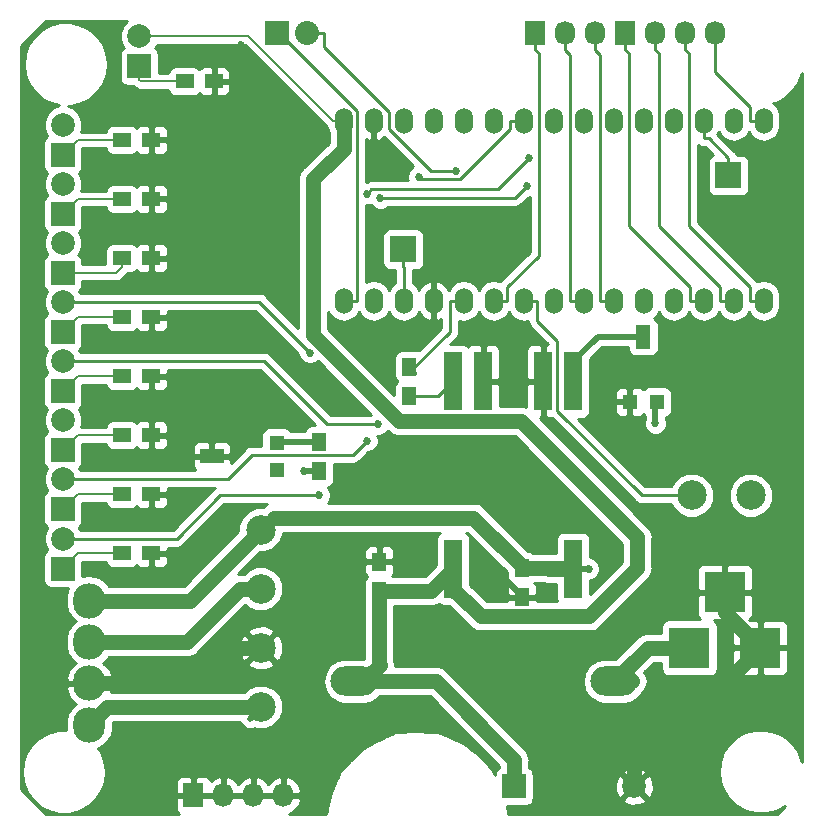
<source format=gtl>
G04 #@! TF.GenerationSoftware,KiCad,Pcbnew,5.0.0-rc2*
G04 #@! TF.CreationDate,2019-06-04T00:54:00-04:00*
G04 #@! TF.ProjectId,gassensor,67617373656E736F722E6B696361645F,rev?*
G04 #@! TF.SameCoordinates,Original*
G04 #@! TF.FileFunction,Copper,L1,Top,Signal*
G04 #@! TF.FilePolarity,Positive*
%FSLAX46Y46*%
G04 Gerber Fmt 4.6, Leading zero omitted, Abs format (unit mm)*
G04 Created by KiCad (PCBNEW 5.0.0-rc2) date Tue Jun  4 00:54:00 2019*
%MOMM*%
%LPD*%
G01*
G04 APERTURE LIST*
G04 #@! TA.AperFunction,ComponentPad*
%ADD10O,1.524000X2.199640*%
G04 #@! TD*
G04 #@! TA.AperFunction,ComponentPad*
%ADD11O,1.524000X2.197100*%
G04 #@! TD*
G04 #@! TA.AperFunction,ComponentPad*
%ADD12O,2.700000X3.000000*%
G04 #@! TD*
G04 #@! TA.AperFunction,SMDPad,CuDef*
%ADD13R,1.250000X1.500000*%
G04 #@! TD*
G04 #@! TA.AperFunction,ComponentPad*
%ADD14R,3.500120X3.500120*%
G04 #@! TD*
G04 #@! TA.AperFunction,ComponentPad*
%ADD15C,1.998980*%
G04 #@! TD*
G04 #@! TA.AperFunction,ComponentPad*
%ADD16R,1.998980X1.998980*%
G04 #@! TD*
G04 #@! TA.AperFunction,ComponentPad*
%ADD17R,2.000000X2.000000*%
G04 #@! TD*
G04 #@! TA.AperFunction,ComponentPad*
%ADD18C,2.000000*%
G04 #@! TD*
G04 #@! TA.AperFunction,ComponentPad*
%ADD19O,4.000500X2.499360*%
G04 #@! TD*
G04 #@! TA.AperFunction,ComponentPad*
%ADD20C,2.500000*%
G04 #@! TD*
G04 #@! TA.AperFunction,SMDPad,CuDef*
%ADD21R,1.600000X5.000000*%
G04 #@! TD*
G04 #@! TA.AperFunction,ComponentPad*
%ADD22R,2.235200X2.235200*%
G04 #@! TD*
G04 #@! TA.AperFunction,ComponentPad*
%ADD23R,1.727200X2.032000*%
G04 #@! TD*
G04 #@! TA.AperFunction,ComponentPad*
%ADD24O,1.727200X2.032000*%
G04 #@! TD*
G04 #@! TA.AperFunction,ComponentPad*
%ADD25R,2.032000X2.032000*%
G04 #@! TD*
G04 #@! TA.AperFunction,ComponentPad*
%ADD26O,2.032000X2.032000*%
G04 #@! TD*
G04 #@! TA.AperFunction,SMDPad,CuDef*
%ADD27R,1.500000X1.250000*%
G04 #@! TD*
G04 #@! TA.AperFunction,SMDPad,CuDef*
%ADD28R,1.300000X1.300000*%
G04 #@! TD*
G04 #@! TA.AperFunction,SMDPad,CuDef*
%ADD29R,1.300000X2.000000*%
G04 #@! TD*
G04 #@! TA.AperFunction,SMDPad,CuDef*
%ADD30R,2.000000X1.300000*%
G04 #@! TD*
G04 #@! TA.AperFunction,ViaPad*
%ADD31C,0.685800*%
G04 #@! TD*
G04 #@! TA.AperFunction,Conductor*
%ADD32C,1.270000*%
G04 #@! TD*
G04 #@! TA.AperFunction,Conductor*
%ADD33C,0.254000*%
G04 #@! TD*
G04 #@! TA.AperFunction,Conductor*
%ADD34C,0.152400*%
G04 #@! TD*
G04 #@! TA.AperFunction,Conductor*
%ADD35C,0.508000*%
G04 #@! TD*
G04 APERTURE END LIST*
D10*
G04 #@! TO.P,J1,1*
G04 #@! TO.N,/TX*
X126520000Y-84620000D03*
G04 #@! TO.P,J1,2*
G04 #@! TO.N,/RX*
X129060000Y-84620000D03*
G04 #@! TO.P,J1,3*
G04 #@! TO.N,Net-(J1-Pad3)*
X131600000Y-84620000D03*
G04 #@! TO.P,J1,4*
G04 #@! TO.N,GND*
X134140000Y-84620000D03*
G04 #@! TO.P,J1,5*
G04 #@! TO.N,Net-(J1-Pad5)*
X136680000Y-84620000D03*
G04 #@! TO.P,J1,6*
G04 #@! TO.N,/D3*
X139220000Y-84620000D03*
G04 #@! TO.P,J1,7*
G04 #@! TO.N,Net-(J1-Pad7)*
X141760000Y-84620000D03*
G04 #@! TO.P,J1,8*
G04 #@! TO.N,Net-(J1-Pad8)*
X144300000Y-84620000D03*
G04 #@! TO.P,J1,9*
G04 #@! TO.N,/D6*
X146840000Y-84620000D03*
G04 #@! TO.P,J1,10*
G04 #@! TO.N,/D7*
X149380000Y-84620000D03*
G04 #@! TO.P,J1,11*
G04 #@! TO.N,/D8*
X151920000Y-84620000D03*
G04 #@! TO.P,J1,12*
G04 #@! TO.N,/D9*
X154460000Y-84620000D03*
G04 #@! TO.P,J1,13*
G04 #@! TO.N,/SS*
X157000000Y-84620000D03*
G04 #@! TO.P,J1,14*
G04 #@! TO.N,/MOSI*
X159540000Y-84620000D03*
G04 #@! TO.P,J1,15*
G04 #@! TO.N,/MISO*
X162080000Y-84620000D03*
G04 #@! TO.P,J1,16*
G04 #@! TO.N,/SCK*
X162080000Y-69380000D03*
G04 #@! TO.P,J1,17*
G04 #@! TO.N,Net-(J1-Pad17)*
X159540000Y-69380000D03*
G04 #@! TO.P,J1,18*
G04 #@! TO.N,Net-(J1-Pad18)*
X157000000Y-69380000D03*
G04 #@! TO.P,J1,19*
G04 #@! TO.N,/A0*
X154460000Y-69380000D03*
D11*
G04 #@! TO.P,J1,20*
G04 #@! TO.N,/A1*
X151920000Y-69380000D03*
G04 #@! TO.P,J1,21*
G04 #@! TO.N,/A2*
X149380000Y-69380000D03*
G04 #@! TO.P,J1,22*
G04 #@! TO.N,/A3*
X146840000Y-69380000D03*
G04 #@! TO.P,J1,23*
G04 #@! TO.N,/A4*
X144300000Y-69380000D03*
G04 #@! TO.P,J1,24*
G04 #@! TO.N,/A5*
X141760000Y-69380000D03*
G04 #@! TO.P,J1,25*
G04 #@! TO.N,/A6*
X139220000Y-69380000D03*
G04 #@! TO.P,J1,26*
G04 #@! TO.N,/A7*
X136680000Y-69380000D03*
G04 #@! TO.P,J1,27*
G04 #@! TO.N,+5V*
X134140000Y-69380000D03*
G04 #@! TO.P,J1,28*
G04 #@! TO.N,Net-(J1-Pad28)*
X131600000Y-69380000D03*
G04 #@! TO.P,J1,29*
G04 #@! TO.N,GND*
X129060000Y-69380000D03*
G04 #@! TO.P,J1,30*
G04 #@! TO.N,VCC*
X126520000Y-69380000D03*
G04 #@! TD*
D12*
G04 #@! TO.P,P9,1*
G04 #@! TO.N,/VOUT+*
X105000000Y-110000000D03*
G04 #@! TO.P,P9,2*
G04 #@! TO.N,+5V*
X105000000Y-113500000D03*
G04 #@! TO.P,P9,3*
G04 #@! TO.N,GND*
X105000000Y-117000000D03*
G04 #@! TO.P,P9,4*
G04 #@! TO.N,/A6*
X105000000Y-120500000D03*
G04 #@! TD*
D13*
G04 #@! TO.P,C1,1*
G04 #@! TO.N,VCC*
X129540000Y-109200000D03*
G04 #@! TO.P,C1,2*
G04 #@! TO.N,GND*
X129540000Y-106700000D03*
G04 #@! TD*
G04 #@! TO.P,C2,2*
G04 #@! TO.N,GND*
X141605000Y-109708000D03*
G04 #@! TO.P,C2,1*
G04 #@! TO.N,/VOUT+*
X141605000Y-107208000D03*
G04 #@! TD*
D14*
G04 #@! TO.P,CON1,1*
G04 #@! TO.N,+12V*
X155799860Y-114000000D03*
G04 #@! TO.P,CON1,2*
G04 #@! TO.N,GND*
X161799340Y-114000000D03*
G04 #@! TO.P,CON1,3*
X158799600Y-109301000D03*
G04 #@! TD*
D15*
G04 #@! TO.P,D1,2*
G04 #@! TO.N,GND*
X151130000Y-125727460D03*
D16*
G04 #@! TO.P,D1,1*
G04 #@! TO.N,VCC*
X140970000Y-125727460D03*
G04 #@! TD*
D17*
G04 #@! TO.P,D2,1*
G04 #@! TO.N,Net-(D2-Pad1)*
X109220000Y-64770000D03*
D18*
G04 #@! TO.P,D2,2*
G04 #@! TO.N,VCC*
X109220000Y-62230000D03*
G04 #@! TD*
D17*
G04 #@! TO.P,D3,1*
G04 #@! TO.N,Net-(D3-Pad1)*
X102750000Y-72250000D03*
D18*
G04 #@! TO.P,D3,2*
G04 #@! TO.N,/A0*
X102750000Y-69710000D03*
G04 #@! TD*
G04 #@! TO.P,D4,2*
G04 #@! TO.N,/A1*
X102750000Y-74710000D03*
D17*
G04 #@! TO.P,D4,1*
G04 #@! TO.N,Net-(D4-Pad1)*
X102750000Y-77250000D03*
G04 #@! TD*
G04 #@! TO.P,D5,1*
G04 #@! TO.N,Net-(D5-Pad1)*
X102750000Y-82250000D03*
D18*
G04 #@! TO.P,D5,2*
G04 #@! TO.N,/A2*
X102750000Y-79710000D03*
G04 #@! TD*
D17*
G04 #@! TO.P,D6,1*
G04 #@! TO.N,Net-(D6-Pad1)*
X102750000Y-87250000D03*
D18*
G04 #@! TO.P,D6,2*
G04 #@! TO.N,/A3*
X102750000Y-84710000D03*
G04 #@! TD*
G04 #@! TO.P,D7,2*
G04 #@! TO.N,/A4*
X102750000Y-89710000D03*
D17*
G04 #@! TO.P,D7,1*
G04 #@! TO.N,Net-(D7-Pad1)*
X102750000Y-92250000D03*
G04 #@! TD*
D18*
G04 #@! TO.P,D8,2*
G04 #@! TO.N,/A5*
X102750000Y-94710000D03*
D17*
G04 #@! TO.P,D8,1*
G04 #@! TO.N,Net-(D8-Pad1)*
X102750000Y-97250000D03*
G04 #@! TD*
D18*
G04 #@! TO.P,D9,2*
G04 #@! TO.N,/D7*
X102750000Y-99710000D03*
D17*
G04 #@! TO.P,D9,1*
G04 #@! TO.N,Net-(D9-Pad1)*
X102750000Y-102250000D03*
G04 #@! TD*
D18*
G04 #@! TO.P,D10,2*
G04 #@! TO.N,/D8*
X102750000Y-104750000D03*
D17*
G04 #@! TO.P,D10,1*
G04 #@! TO.N,Net-(D10-Pad1)*
X102750000Y-107290000D03*
G04 #@! TD*
D19*
G04 #@! TO.P,F1,2*
G04 #@! TO.N,+12V*
X149430740Y-116840000D03*
G04 #@! TO.P,F1,1*
G04 #@! TO.N,VCC*
X127429260Y-116840000D03*
G04 #@! TD*
D20*
G04 #@! TO.P,LS1,1*
G04 #@! TO.N,Net-(J1-Pad8)*
X160996000Y-101092000D03*
G04 #@! TO.P,LS1,2*
G04 #@! TO.N,Net-(J1-Pad7)*
X155996000Y-101092000D03*
G04 #@! TD*
D21*
G04 #@! TO.P,P1,5*
G04 #@! TO.N,/VOUT+*
X145950000Y-107315000D03*
G04 #@! TO.P,P1,1*
G04 #@! TO.N,VCC*
X135790000Y-107315000D03*
G04 #@! TO.P,P1,10*
G04 #@! TO.N,/REMOTE*
X135790000Y-91440000D03*
G04 #@! TO.P,P1,9*
G04 #@! TO.N,GND*
X138330000Y-91440000D03*
G04 #@! TO.P,P1,7*
X143410000Y-91440000D03*
G04 #@! TO.P,P1,6*
G04 #@! TO.N,/TRIM*
X145950000Y-91440000D03*
G04 #@! TD*
D22*
G04 #@! TO.P,P3,1*
G04 #@! TO.N,Net-(J1-Pad3)*
X131572000Y-80264000D03*
G04 #@! TD*
G04 #@! TO.P,P4,1*
G04 #@! TO.N,Net-(J1-Pad18)*
X159100000Y-74000000D03*
G04 #@! TD*
D23*
G04 #@! TO.P,P6,1*
G04 #@! TO.N,/D3*
X142748000Y-61976000D03*
D24*
G04 #@! TO.P,P6,2*
G04 #@! TO.N,/D6*
X145288000Y-61976000D03*
G04 #@! TO.P,P6,3*
G04 #@! TO.N,/D7*
X147828000Y-61976000D03*
G04 #@! TD*
D25*
G04 #@! TO.P,P7,1*
G04 #@! TO.N,/TX*
X120904000Y-61976000D03*
D26*
G04 #@! TO.P,P7,2*
G04 #@! TO.N,/RX*
X123444000Y-61976000D03*
G04 #@! TD*
D23*
G04 #@! TO.P,P8,1*
G04 #@! TO.N,/SS*
X150368000Y-61976000D03*
D24*
G04 #@! TO.P,P8,2*
G04 #@! TO.N,/MOSI*
X152908000Y-61976000D03*
G04 #@! TO.P,P8,3*
G04 #@! TO.N,/MISO*
X155448000Y-61976000D03*
G04 #@! TO.P,P8,4*
G04 #@! TO.N,/SCK*
X157988000Y-61976000D03*
G04 #@! TD*
D13*
G04 #@! TO.P,R1,2*
G04 #@! TO.N,Net-(J1-Pad5)*
X132080000Y-90190000D03*
G04 #@! TO.P,R1,1*
G04 #@! TO.N,/REMOTE*
X132080000Y-92690000D03*
G04 #@! TD*
D27*
G04 #@! TO.P,R2,1*
G04 #@! TO.N,GND*
X115550000Y-66040000D03*
G04 #@! TO.P,R2,2*
G04 #@! TO.N,Net-(D2-Pad1)*
X113050000Y-66040000D03*
G04 #@! TD*
G04 #@! TO.P,R3,2*
G04 #@! TO.N,Net-(D3-Pad1)*
X107750000Y-71000000D03*
G04 #@! TO.P,R3,1*
G04 #@! TO.N,GND*
X110250000Y-71000000D03*
G04 #@! TD*
G04 #@! TO.P,R4,1*
G04 #@! TO.N,GND*
X110250000Y-76000000D03*
G04 #@! TO.P,R4,2*
G04 #@! TO.N,Net-(D4-Pad1)*
X107750000Y-76000000D03*
G04 #@! TD*
G04 #@! TO.P,R5,2*
G04 #@! TO.N,Net-(D5-Pad1)*
X107750000Y-81000000D03*
G04 #@! TO.P,R5,1*
G04 #@! TO.N,GND*
X110250000Y-81000000D03*
G04 #@! TD*
G04 #@! TO.P,R6,1*
G04 #@! TO.N,GND*
X110250000Y-86000000D03*
G04 #@! TO.P,R6,2*
G04 #@! TO.N,Net-(D6-Pad1)*
X107750000Y-86000000D03*
G04 #@! TD*
G04 #@! TO.P,R7,2*
G04 #@! TO.N,Net-(D7-Pad1)*
X107750000Y-91000000D03*
G04 #@! TO.P,R7,1*
G04 #@! TO.N,GND*
X110250000Y-91000000D03*
G04 #@! TD*
G04 #@! TO.P,R8,2*
G04 #@! TO.N,Net-(D8-Pad1)*
X107750000Y-96000000D03*
G04 #@! TO.P,R8,1*
G04 #@! TO.N,GND*
X110250000Y-96000000D03*
G04 #@! TD*
G04 #@! TO.P,R9,2*
G04 #@! TO.N,Net-(D9-Pad1)*
X107750000Y-101000000D03*
G04 #@! TO.P,R9,1*
G04 #@! TO.N,GND*
X110250000Y-101000000D03*
G04 #@! TD*
G04 #@! TO.P,R10,1*
G04 #@! TO.N,GND*
X110250000Y-106000000D03*
G04 #@! TO.P,R10,2*
G04 #@! TO.N,Net-(D10-Pad1)*
X107750000Y-106000000D03*
G04 #@! TD*
D28*
G04 #@! TO.P,RV1,1*
G04 #@! TO.N,/VOUT+*
X153042000Y-93174000D03*
D29*
G04 #@! TO.P,RV1,2*
G04 #@! TO.N,/TRIM*
X151892000Y-87674000D03*
D28*
G04 #@! TO.P,RV1,3*
G04 #@! TO.N,GND*
X150742000Y-93174000D03*
G04 #@! TD*
D13*
G04 #@! TO.P,R13,1*
G04 #@! TO.N,/A6*
X124460000Y-99040000D03*
G04 #@! TO.P,R13,2*
G04 #@! TO.N,Net-(R13-Pad2)*
X124460000Y-96540000D03*
G04 #@! TD*
D28*
G04 #@! TO.P,RV2,1*
G04 #@! TO.N,Net-(R13-Pad2)*
X120860000Y-96640000D03*
D30*
G04 #@! TO.P,RV2,2*
G04 #@! TO.N,GND*
X115360000Y-97790000D03*
D28*
G04 #@! TO.P,RV2,3*
G04 #@! TO.N,Net-(RV2-Pad3)*
X120860000Y-98940000D03*
G04 #@! TD*
D20*
G04 #@! TO.P,P2,4*
G04 #@! TO.N,/A6*
X119500000Y-119000000D03*
G04 #@! TO.P,P2,3*
G04 #@! TO.N,GND*
X119500000Y-114000000D03*
G04 #@! TO.P,P2,1*
G04 #@! TO.N,/VOUT+*
X119500000Y-104000000D03*
G04 #@! TO.P,P2,2*
G04 #@! TO.N,+5V*
X119500000Y-109000000D03*
G04 #@! TD*
D24*
G04 #@! TO.P,REF66,4*
G04 #@! TO.N,GND*
X121412000Y-126492000D03*
G04 #@! TO.P,REF66,3*
X118872000Y-126492000D03*
G04 #@! TO.P,REF66,2*
X116332000Y-126492000D03*
D23*
G04 #@! TO.P,REF66,1*
X113792000Y-126492000D03*
G04 #@! TD*
D31*
G04 #@! TO.N,GND*
X140000000Y-108000000D03*
X139000000Y-107000000D03*
X138000000Y-106000000D03*
X117856000Y-66040000D03*
X117856000Y-64516000D03*
X117856000Y-62992000D03*
X136144000Y-97536000D03*
X137160000Y-98552000D03*
X138176000Y-99568000D03*
X127508000Y-106680000D03*
X127508000Y-107696000D03*
X127508000Y-108712000D03*
X109220000Y-87884000D03*
X109220000Y-83312000D03*
X109220000Y-78232000D03*
X109220000Y-93472000D03*
X109220000Y-98044000D03*
X109220000Y-103124000D03*
X109220000Y-108204000D03*
X129032000Y-71628000D03*
X129032000Y-73152000D03*
X122428000Y-71628000D03*
X122428000Y-73152000D03*
X139700000Y-81788000D03*
X140716000Y-80772000D03*
X141732000Y-79756000D03*
X107696000Y-83312000D03*
X107696000Y-78232000D03*
X107696000Y-87884000D03*
X107696000Y-93472000D03*
X107696000Y-98044000D03*
X107696000Y-103124000D03*
X107696000Y-108204000D03*
X107696000Y-73152000D03*
X109220000Y-73152000D03*
G04 #@! TO.N,/VOUT+*
X152908000Y-94996000D03*
X147258000Y-107315000D03*
G04 #@! TO.N,/A1*
X142025100Y-74913600D03*
X129628600Y-75916800D03*
G04 #@! TO.N,/A2*
X142242300Y-72544500D03*
X128476700Y-75554600D03*
G04 #@! TO.N,/A3*
X123669700Y-89013600D03*
G04 #@! TO.N,/A4*
X129422700Y-95075600D03*
G04 #@! TO.N,/A5*
X132862900Y-74122100D03*
G04 #@! TO.N,/A6*
X123190000Y-99060000D03*
G04 #@! TO.N,/D8*
X124462000Y-101078500D03*
G04 #@! TO.N,/RX*
X136032400Y-73614800D03*
G04 #@! TO.N,/D7*
X128494400Y-96458600D03*
G04 #@! TD*
D32*
G04 #@! TO.N,VCC*
X128180000Y-116840000D02*
X127429300Y-116840000D01*
D33*
X140970000Y-125727500D02*
X140970000Y-125728000D01*
X140970000Y-125727000D02*
X140970000Y-125727500D01*
D32*
X127429300Y-116840000D02*
X128180000Y-116840000D01*
X140970000Y-125727000D02*
X140970000Y-123458000D01*
X140970000Y-123458000D02*
X134352000Y-116840000D01*
X134352000Y-116840000D02*
X128180000Y-116840000D01*
D34*
X126520000Y-69380000D02*
X125606000Y-69380000D01*
X125606000Y-69380000D02*
X118456000Y-62230000D01*
X118456000Y-62230000D02*
X109220000Y-62230000D01*
D32*
X126520000Y-69380000D02*
X126520000Y-71748600D01*
X126520000Y-71748600D02*
X123952000Y-74316600D01*
X123952000Y-74316600D02*
X123952000Y-87537200D01*
X123952000Y-87537200D02*
X131244000Y-94829000D01*
X131244000Y-94829000D02*
X141565000Y-94829000D01*
X141565000Y-94829000D02*
X151384000Y-104648000D01*
X151384000Y-104648000D02*
X151384000Y-107283000D01*
X151384000Y-107283000D02*
X147320000Y-111347000D01*
X135790000Y-109230000D02*
X135790000Y-107315000D01*
X135790000Y-107315000D02*
X133905000Y-109200000D01*
X133905000Y-109200000D02*
X129540000Y-109200000D01*
X128180000Y-116840000D02*
X129577000Y-115443000D01*
X129577000Y-115443000D02*
X129540000Y-115406000D01*
X129540000Y-115406000D02*
X129540000Y-109200000D01*
X135790000Y-107315000D02*
X135790000Y-109015000D01*
X135790000Y-109015000D02*
X138122000Y-111347000D01*
X138122000Y-111347000D02*
X147320000Y-111347000D01*
G04 #@! TO.N,GND*
X119500000Y-114000000D02*
X117732000Y-114000000D01*
X117732000Y-114000000D02*
X114732000Y-117000000D01*
X114732000Y-117000000D02*
X105000000Y-117000000D01*
X158800000Y-109301000D02*
X158800000Y-111000000D01*
X158800000Y-111000000D02*
X161799000Y-114000000D01*
X161799000Y-114000000D02*
X158799000Y-117000000D01*
X158799000Y-117000000D02*
X153500000Y-117000000D01*
X153500000Y-117000000D02*
X149500000Y-121000000D01*
X149500000Y-121000000D02*
X149500000Y-122000000D01*
X149500000Y-122000000D02*
X151130000Y-123630000D01*
X151130000Y-123630000D02*
X151130000Y-125727000D01*
D35*
X143410000Y-93140000D02*
X143410000Y-91440000D01*
X141605000Y-109708000D02*
X141605000Y-109583000D01*
X141605000Y-109583000D02*
X138022000Y-106000000D01*
X138022000Y-106000000D02*
X138022000Y-106022000D01*
D33*
G04 #@! TO.N,/VOUT+*
X120630000Y-102970000D02*
X120530000Y-102970000D01*
X120530000Y-102970000D02*
X119500000Y-104000000D01*
D32*
X141605000Y-107208000D02*
X141605000Y-107083000D01*
X141605000Y-107083000D02*
X137492000Y-102970000D01*
X137492000Y-102970000D02*
X120630000Y-102970000D01*
X145950000Y-107315000D02*
X143880000Y-107315000D01*
X141605000Y-107208000D02*
X145843000Y-107208000D01*
X145843000Y-107208000D02*
X145950000Y-107315000D01*
X119500000Y-104000000D02*
X113500000Y-110000000D01*
X113500000Y-110000000D02*
X105000000Y-110000000D01*
D35*
X152908000Y-94996000D02*
X152908000Y-93308000D01*
X152908000Y-93308000D02*
X153042000Y-93174000D01*
X147258000Y-107315000D02*
X145950000Y-107315000D01*
D32*
G04 #@! TO.N,+12V*
X150195500Y-116840000D02*
X149431000Y-116840000D01*
X149431000Y-116840000D02*
X152271000Y-114000000D01*
X152271000Y-114000000D02*
X155799900Y-114000000D01*
X150960000Y-116840000D02*
X150195500Y-116840000D01*
D33*
X150195500Y-116840000D02*
X149430700Y-116840000D01*
D32*
X155799900Y-114000000D02*
X155800000Y-114000000D01*
D34*
G04 #@! TO.N,Net-(D2-Pad1)*
X113050000Y-66040000D02*
X109338000Y-66040000D01*
X109338000Y-66040000D02*
X109220000Y-65922400D01*
X109220000Y-65922400D02*
X109220000Y-64770000D01*
G04 #@! TO.N,Net-(D3-Pad1)*
X107750000Y-71000000D02*
X104000000Y-71000000D01*
X104000000Y-71000000D02*
X102750000Y-72250000D01*
D33*
G04 #@! TO.N,/A1*
X129628600Y-75916800D02*
X141021900Y-75916800D01*
X141021900Y-75916800D02*
X142025100Y-74913600D01*
D34*
G04 #@! TO.N,Net-(D4-Pad1)*
X107750000Y-76000000D02*
X104000000Y-76000000D01*
X104000000Y-76000000D02*
X102750000Y-77250000D01*
G04 #@! TO.N,Net-(D5-Pad1)*
X107750000Y-81000000D02*
X107750000Y-81777400D01*
X107750000Y-81777400D02*
X107277000Y-82250000D01*
X107277000Y-82250000D02*
X102750000Y-82250000D01*
D33*
G04 #@! TO.N,/A2*
X142242300Y-72544500D02*
X139594200Y-75192600D01*
X139594200Y-75192600D02*
X128838700Y-75192600D01*
X128838700Y-75192600D02*
X128476700Y-75554600D01*
D34*
G04 #@! TO.N,Net-(D6-Pad1)*
X107750000Y-86000000D02*
X104000000Y-86000000D01*
X104000000Y-86000000D02*
X102750000Y-87250000D01*
D33*
G04 #@! TO.N,/A3*
X102750000Y-84710000D02*
X119366100Y-84710000D01*
X119366100Y-84710000D02*
X123669700Y-89013600D01*
G04 #@! TO.N,/A4*
X102750000Y-89710000D02*
X119767800Y-89710000D01*
X119767800Y-89710000D02*
X125133400Y-95075600D01*
X125133400Y-95075600D02*
X129422700Y-95075600D01*
D34*
G04 #@! TO.N,Net-(D7-Pad1)*
X107750000Y-91000000D02*
X104000000Y-91000000D01*
X104000000Y-91000000D02*
X102750000Y-92250000D01*
D33*
G04 #@! TO.N,/A5*
X132862900Y-74122100D02*
X133079800Y-74339000D01*
X133079800Y-74339000D02*
X136332400Y-74339000D01*
X136332400Y-74339000D02*
X140616700Y-70054700D01*
X140616700Y-70054700D02*
X140616700Y-69380000D01*
X141760000Y-69380000D02*
X140616700Y-69380000D01*
D34*
G04 #@! TO.N,Net-(D8-Pad1)*
X107750000Y-96000000D02*
X104000000Y-96000000D01*
X104000000Y-96000000D02*
X102750000Y-97250000D01*
D32*
G04 #@! TO.N,/A6*
X119500000Y-119000000D02*
X106500000Y-119000000D01*
X106500000Y-119000000D02*
X105000000Y-120500000D01*
D35*
X124460000Y-99040000D02*
X123210000Y-99040000D01*
X123210000Y-99040000D02*
X123190000Y-99060000D01*
X118600000Y-120000000D02*
X119380000Y-119220000D01*
D33*
X119380000Y-119220000D02*
X119500000Y-119100000D01*
X119500000Y-119100000D02*
X119500000Y-119000000D01*
D34*
G04 #@! TO.N,Net-(D9-Pad1)*
X107750000Y-101000000D02*
X104000000Y-101000000D01*
X104000000Y-101000000D02*
X102750000Y-102250000D01*
G04 #@! TO.N,Net-(D10-Pad1)*
X107750000Y-106000000D02*
X104040000Y-106000000D01*
X104040000Y-106000000D02*
X102750000Y-107290000D01*
D33*
G04 #@! TO.N,/D8*
X102750000Y-104750000D02*
X112379400Y-104750000D01*
X112379400Y-104750000D02*
X116050900Y-101078500D01*
X116050900Y-101078500D02*
X124462000Y-101078500D01*
G04 #@! TO.N,/TX*
X126520000Y-84620000D02*
X127663300Y-84620000D01*
X120904000Y-61976000D02*
X121075400Y-61976000D01*
X121075400Y-61976000D02*
X127663300Y-68563900D01*
X127663300Y-68563900D02*
X127663300Y-84620000D01*
G04 #@! TO.N,/RX*
X123444000Y-61976000D02*
X124841300Y-61976000D01*
X124841300Y-61976000D02*
X124841300Y-63128200D01*
X124841300Y-63128200D02*
X130330000Y-68616900D01*
X130330000Y-68616900D02*
X130330000Y-70065200D01*
X130330000Y-70065200D02*
X133879600Y-73614800D01*
X133879600Y-73614800D02*
X136032400Y-73614800D01*
G04 #@! TO.N,Net-(J1-Pad3)*
X131572000Y-80264000D02*
X131572000Y-81762900D01*
X131572000Y-81762900D02*
X131600000Y-81790900D01*
X131600000Y-81790900D02*
X131600000Y-84620000D01*
G04 #@! TO.N,Net-(J1-Pad5)*
X136680000Y-84620000D02*
X135536700Y-84620000D01*
X132325000Y-90435000D02*
X135536700Y-87223300D01*
X135536700Y-87223300D02*
X135536700Y-84620000D01*
X132325000Y-90435000D02*
X132080000Y-90190000D01*
X132570000Y-90805000D02*
X132570000Y-90680000D01*
X132570000Y-90680000D02*
X132325000Y-90435000D01*
G04 #@! TO.N,/D3*
X139220000Y-84620000D02*
X140363300Y-84620000D01*
X142748000Y-61976000D02*
X142748000Y-63373300D01*
X142748000Y-63373300D02*
X143030000Y-63655300D01*
X143030000Y-63655300D02*
X143030000Y-80810000D01*
X143030000Y-80810000D02*
X140363300Y-83476700D01*
X140363300Y-83476700D02*
X140363300Y-84620000D01*
G04 #@! TO.N,Net-(J1-Pad7)*
X142903300Y-84620000D02*
X142903300Y-86317700D01*
X142903300Y-86317700D02*
X144618600Y-88033000D01*
X144618600Y-88033000D02*
X144618600Y-93954600D01*
X144618600Y-93954600D02*
X151756000Y-101092000D01*
X151756000Y-101092000D02*
X155996000Y-101092000D01*
X141760000Y-84620000D02*
X142903300Y-84620000D01*
G04 #@! TO.N,/D6*
X146840000Y-84620000D02*
X145696700Y-84620000D01*
X145288000Y-61976000D02*
X145288000Y-63373300D01*
X145288000Y-63373300D02*
X145696700Y-63782000D01*
X145696700Y-63782000D02*
X145696700Y-84620000D01*
G04 #@! TO.N,/D7*
X128494400Y-96458600D02*
X127281600Y-97671400D01*
X127281600Y-97671400D02*
X118739000Y-97671400D01*
X118739000Y-97671400D02*
X116700400Y-99710000D01*
X116700400Y-99710000D02*
X102750000Y-99710000D01*
X149380000Y-84620000D02*
X148236700Y-84620000D01*
X147828000Y-61976000D02*
X147828000Y-63373300D01*
X147828000Y-63373300D02*
X148236700Y-63782000D01*
X148236700Y-63782000D02*
X148236700Y-84620000D01*
G04 #@! TO.N,/SS*
X157000000Y-84620000D02*
X155856700Y-84620000D01*
X150368000Y-61976000D02*
X150368000Y-63373300D01*
X150368000Y-63373300D02*
X150650000Y-63655300D01*
X150650000Y-63655300D02*
X150650000Y-78270000D01*
X150650000Y-78270000D02*
X155856700Y-83476700D01*
X155856700Y-83476700D02*
X155856700Y-84620000D01*
G04 #@! TO.N,/MOSI*
X159540000Y-84620000D02*
X158396700Y-84620000D01*
X152908000Y-61976000D02*
X152908000Y-63373300D01*
X152908000Y-63373300D02*
X153189400Y-63654700D01*
X153189400Y-63654700D02*
X153189400Y-78269400D01*
X153189400Y-78269400D02*
X158396700Y-83476700D01*
X158396700Y-83476700D02*
X158396700Y-84620000D01*
G04 #@! TO.N,/MISO*
X162080000Y-84620000D02*
X160936700Y-84620000D01*
X155448000Y-61976000D02*
X155448000Y-63373300D01*
X155448000Y-63373300D02*
X155730000Y-63655300D01*
X155730000Y-63655300D02*
X155730000Y-78270000D01*
X155730000Y-78270000D02*
X160936700Y-83476700D01*
X160936700Y-83476700D02*
X160936700Y-84620000D01*
G04 #@! TO.N,/SCK*
X162080000Y-69380000D02*
X160936700Y-69380000D01*
X157988000Y-61976000D02*
X157988000Y-65288000D01*
X157988000Y-65288000D02*
X160936700Y-68236700D01*
X160936700Y-68236700D02*
X160936700Y-69380000D01*
G04 #@! TO.N,Net-(J1-Pad18)*
X157000000Y-69380000D02*
X157000000Y-70861200D01*
X159100000Y-74000000D02*
X159100000Y-72501100D01*
X159100000Y-72501100D02*
X157460100Y-70861200D01*
X157460100Y-70861200D02*
X157000000Y-70861200D01*
D32*
G04 #@! TO.N,+5V*
X119500000Y-109000000D02*
X117732000Y-109000000D01*
X117732000Y-109000000D02*
X113232000Y-113500000D01*
X113232000Y-113500000D02*
X105000000Y-113500000D01*
D33*
X119380000Y-109220000D02*
X119500000Y-109100000D01*
X119500000Y-109100000D02*
X119500000Y-109000000D01*
D35*
G04 #@! TO.N,/TRIM*
X151892000Y-87674000D02*
X148016000Y-87674000D01*
X148016000Y-87674000D02*
X145950000Y-89740000D01*
X145950000Y-89740000D02*
X145950000Y-91440000D01*
D33*
G04 #@! TO.N,/REMOTE*
X132080000Y-92690000D02*
X134540000Y-92690000D01*
X134540000Y-92690000D02*
X135790000Y-91440000D01*
D35*
G04 #@! TO.N,Net-(R13-Pad2)*
X124460000Y-96540000D02*
X120960000Y-96540000D01*
X120960000Y-96540000D02*
X120860000Y-96640000D01*
G04 #@! TD*
D33*
G04 #@! TO.N,GND*
G36*
X107833914Y-61303847D02*
X107585000Y-61904778D01*
X107585000Y-62555222D01*
X107833914Y-63156153D01*
X107898723Y-63220962D01*
X107762191Y-63312191D01*
X107621843Y-63522235D01*
X107572560Y-63770000D01*
X107572560Y-65770000D01*
X107621843Y-66017765D01*
X107762191Y-66227809D01*
X107972235Y-66368157D01*
X108220000Y-66417440D01*
X108695424Y-66417440D01*
X108707254Y-66435145D01*
X108767142Y-66475161D01*
X108785914Y-66493869D01*
X108825254Y-66552746D01*
X108885144Y-66592763D01*
X108885575Y-66593193D01*
X108943272Y-66631604D01*
X109060504Y-66709936D01*
X109061120Y-66710059D01*
X109061642Y-66710406D01*
X109199556Y-66737595D01*
X109267954Y-66751200D01*
X109268567Y-66751200D01*
X109339231Y-66765131D01*
X109408652Y-66751200D01*
X111669706Y-66751200D01*
X111701843Y-66912765D01*
X111842191Y-67122809D01*
X112052235Y-67263157D01*
X112300000Y-67312440D01*
X113800000Y-67312440D01*
X114047765Y-67263157D01*
X114257809Y-67122809D01*
X114298654Y-67061680D01*
X114440302Y-67203327D01*
X114673691Y-67300000D01*
X115264250Y-67300000D01*
X115423000Y-67141250D01*
X115423000Y-66167000D01*
X115677000Y-66167000D01*
X115677000Y-67141250D01*
X115835750Y-67300000D01*
X116426309Y-67300000D01*
X116659698Y-67203327D01*
X116838327Y-67024699D01*
X116935000Y-66791310D01*
X116935000Y-66325750D01*
X116776250Y-66167000D01*
X115677000Y-66167000D01*
X115423000Y-66167000D01*
X115403000Y-66167000D01*
X115403000Y-65913000D01*
X115423000Y-65913000D01*
X115423000Y-64938750D01*
X115677000Y-64938750D01*
X115677000Y-65913000D01*
X116776250Y-65913000D01*
X116935000Y-65754250D01*
X116935000Y-65288690D01*
X116838327Y-65055301D01*
X116659698Y-64876673D01*
X116426309Y-64780000D01*
X115835750Y-64780000D01*
X115677000Y-64938750D01*
X115423000Y-64938750D01*
X115264250Y-64780000D01*
X114673691Y-64780000D01*
X114440302Y-64876673D01*
X114298654Y-65018320D01*
X114257809Y-64957191D01*
X114047765Y-64816843D01*
X113800000Y-64767560D01*
X112300000Y-64767560D01*
X112052235Y-64816843D01*
X111842191Y-64957191D01*
X111701843Y-65167235D01*
X111669706Y-65328800D01*
X110867440Y-65328800D01*
X110867440Y-63770000D01*
X110818157Y-63522235D01*
X110677809Y-63312191D01*
X110541277Y-63220962D01*
X110606086Y-63156153D01*
X110695123Y-62941200D01*
X118161412Y-62941200D01*
X125053578Y-69833367D01*
X125093254Y-69892746D01*
X125136418Y-69921587D01*
X125204057Y-70261632D01*
X125250000Y-70330391D01*
X125250001Y-71222548D01*
X123142418Y-73330132D01*
X123036382Y-73400983D01*
X122965531Y-73507019D01*
X122965530Y-73507020D01*
X122950030Y-73530218D01*
X122755687Y-73821072D01*
X122682000Y-74191521D01*
X122682000Y-74191525D01*
X122657121Y-74316600D01*
X122682000Y-74441675D01*
X122682001Y-86948271D01*
X119957984Y-84224254D01*
X119915471Y-84160629D01*
X119663417Y-83992212D01*
X119441148Y-83948000D01*
X119441143Y-83948000D01*
X119366100Y-83933073D01*
X119291057Y-83948000D01*
X104204080Y-83948000D01*
X104136086Y-83783847D01*
X104119233Y-83766994D01*
X104207809Y-83707809D01*
X104348157Y-83497765D01*
X104397440Y-83250000D01*
X104397440Y-82961200D01*
X107206806Y-82961200D01*
X107276694Y-82975132D01*
X107346890Y-82961200D01*
X107347046Y-82961200D01*
X107417794Y-82947127D01*
X107554213Y-82920052D01*
X107554340Y-82919967D01*
X107554496Y-82919936D01*
X107672497Y-82841090D01*
X107730130Y-82802616D01*
X107730238Y-82802508D01*
X107789746Y-82762746D01*
X107829339Y-82703491D01*
X108203244Y-82329903D01*
X108262746Y-82290145D01*
X108274576Y-82272440D01*
X108500000Y-82272440D01*
X108747765Y-82223157D01*
X108957809Y-82082809D01*
X108998654Y-82021680D01*
X109140302Y-82163327D01*
X109373691Y-82260000D01*
X109964250Y-82260000D01*
X110123000Y-82101250D01*
X110123000Y-81127000D01*
X110377000Y-81127000D01*
X110377000Y-82101250D01*
X110535750Y-82260000D01*
X111126309Y-82260000D01*
X111359698Y-82163327D01*
X111538327Y-81984699D01*
X111635000Y-81751310D01*
X111635000Y-81285750D01*
X111476250Y-81127000D01*
X110377000Y-81127000D01*
X110123000Y-81127000D01*
X110103000Y-81127000D01*
X110103000Y-80873000D01*
X110123000Y-80873000D01*
X110123000Y-79898750D01*
X110377000Y-79898750D01*
X110377000Y-80873000D01*
X111476250Y-80873000D01*
X111635000Y-80714250D01*
X111635000Y-80248690D01*
X111538327Y-80015301D01*
X111359698Y-79836673D01*
X111126309Y-79740000D01*
X110535750Y-79740000D01*
X110377000Y-79898750D01*
X110123000Y-79898750D01*
X109964250Y-79740000D01*
X109373691Y-79740000D01*
X109140302Y-79836673D01*
X108998654Y-79978320D01*
X108957809Y-79917191D01*
X108747765Y-79776843D01*
X108500000Y-79727560D01*
X107000000Y-79727560D01*
X106752235Y-79776843D01*
X106542191Y-79917191D01*
X106401843Y-80127235D01*
X106352560Y-80375000D01*
X106352560Y-81538800D01*
X104397440Y-81538800D01*
X104397440Y-81250000D01*
X104348157Y-81002235D01*
X104207809Y-80792191D01*
X104071277Y-80700962D01*
X104136086Y-80636153D01*
X104385000Y-80035222D01*
X104385000Y-79384778D01*
X104136086Y-78783847D01*
X104119233Y-78766994D01*
X104207809Y-78707809D01*
X104348157Y-78497765D01*
X104397440Y-78250000D01*
X104397440Y-76711200D01*
X106369706Y-76711200D01*
X106401843Y-76872765D01*
X106542191Y-77082809D01*
X106752235Y-77223157D01*
X107000000Y-77272440D01*
X108500000Y-77272440D01*
X108747765Y-77223157D01*
X108957809Y-77082809D01*
X108998654Y-77021680D01*
X109140302Y-77163327D01*
X109373691Y-77260000D01*
X109964250Y-77260000D01*
X110123000Y-77101250D01*
X110123000Y-76127000D01*
X110377000Y-76127000D01*
X110377000Y-77101250D01*
X110535750Y-77260000D01*
X111126309Y-77260000D01*
X111359698Y-77163327D01*
X111538327Y-76984699D01*
X111635000Y-76751310D01*
X111635000Y-76285750D01*
X111476250Y-76127000D01*
X110377000Y-76127000D01*
X110123000Y-76127000D01*
X110103000Y-76127000D01*
X110103000Y-75873000D01*
X110123000Y-75873000D01*
X110123000Y-74898750D01*
X110377000Y-74898750D01*
X110377000Y-75873000D01*
X111476250Y-75873000D01*
X111635000Y-75714250D01*
X111635000Y-75248690D01*
X111538327Y-75015301D01*
X111359698Y-74836673D01*
X111126309Y-74740000D01*
X110535750Y-74740000D01*
X110377000Y-74898750D01*
X110123000Y-74898750D01*
X109964250Y-74740000D01*
X109373691Y-74740000D01*
X109140302Y-74836673D01*
X108998654Y-74978320D01*
X108957809Y-74917191D01*
X108747765Y-74776843D01*
X108500000Y-74727560D01*
X107000000Y-74727560D01*
X106752235Y-74776843D01*
X106542191Y-74917191D01*
X106401843Y-75127235D01*
X106369706Y-75288800D01*
X104279964Y-75288800D01*
X104385000Y-75035222D01*
X104385000Y-74384778D01*
X104136086Y-73783847D01*
X104119233Y-73766994D01*
X104207809Y-73707809D01*
X104348157Y-73497765D01*
X104397440Y-73250000D01*
X104397440Y-71711200D01*
X106369706Y-71711200D01*
X106401843Y-71872765D01*
X106542191Y-72082809D01*
X106752235Y-72223157D01*
X107000000Y-72272440D01*
X108500000Y-72272440D01*
X108747765Y-72223157D01*
X108957809Y-72082809D01*
X108998654Y-72021680D01*
X109140302Y-72163327D01*
X109373691Y-72260000D01*
X109964250Y-72260000D01*
X110123000Y-72101250D01*
X110123000Y-71127000D01*
X110377000Y-71127000D01*
X110377000Y-72101250D01*
X110535750Y-72260000D01*
X111126309Y-72260000D01*
X111359698Y-72163327D01*
X111538327Y-71984699D01*
X111635000Y-71751310D01*
X111635000Y-71285750D01*
X111476250Y-71127000D01*
X110377000Y-71127000D01*
X110123000Y-71127000D01*
X110103000Y-71127000D01*
X110103000Y-70873000D01*
X110123000Y-70873000D01*
X110123000Y-69898750D01*
X110377000Y-69898750D01*
X110377000Y-70873000D01*
X111476250Y-70873000D01*
X111635000Y-70714250D01*
X111635000Y-70248690D01*
X111538327Y-70015301D01*
X111359698Y-69836673D01*
X111126309Y-69740000D01*
X110535750Y-69740000D01*
X110377000Y-69898750D01*
X110123000Y-69898750D01*
X109964250Y-69740000D01*
X109373691Y-69740000D01*
X109140302Y-69836673D01*
X108998654Y-69978320D01*
X108957809Y-69917191D01*
X108747765Y-69776843D01*
X108500000Y-69727560D01*
X107000000Y-69727560D01*
X106752235Y-69776843D01*
X106542191Y-69917191D01*
X106401843Y-70127235D01*
X106369706Y-70288800D01*
X104279964Y-70288800D01*
X104385000Y-70035222D01*
X104385000Y-69384778D01*
X104136086Y-68783847D01*
X103676153Y-68323914D01*
X103163260Y-68111466D01*
X103446140Y-68109985D01*
X104275656Y-67901625D01*
X105031527Y-67501412D01*
X105670116Y-66932451D01*
X106154554Y-66227588D01*
X106456876Y-65427517D01*
X106559627Y-64578427D01*
X106558846Y-64503880D01*
X106438336Y-63657128D01*
X106119325Y-62863564D01*
X105620231Y-62169001D01*
X104969868Y-61613538D01*
X104205781Y-61229242D01*
X103372082Y-61038300D01*
X102516903Y-61051734D01*
X101689614Y-61268770D01*
X100937975Y-61676876D01*
X100305380Y-62252493D01*
X99828349Y-62962390D01*
X99534422Y-63765583D01*
X99440568Y-64615703D01*
X99552205Y-65463670D01*
X99862888Y-66260531D01*
X100354682Y-66960282D01*
X100999193Y-67522525D01*
X101759214Y-67914801D01*
X102426488Y-68075000D01*
X102424778Y-68075000D01*
X101823847Y-68323914D01*
X101363914Y-68783847D01*
X101115000Y-69384778D01*
X101115000Y-70035222D01*
X101363914Y-70636153D01*
X101428723Y-70700962D01*
X101292191Y-70792191D01*
X101151843Y-71002235D01*
X101102560Y-71250000D01*
X101102560Y-73250000D01*
X101151843Y-73497765D01*
X101292191Y-73707809D01*
X101380767Y-73766994D01*
X101363914Y-73783847D01*
X101115000Y-74384778D01*
X101115000Y-75035222D01*
X101363914Y-75636153D01*
X101428723Y-75700962D01*
X101292191Y-75792191D01*
X101151843Y-76002235D01*
X101102560Y-76250000D01*
X101102560Y-78250000D01*
X101151843Y-78497765D01*
X101292191Y-78707809D01*
X101380767Y-78766994D01*
X101363914Y-78783847D01*
X101115000Y-79384778D01*
X101115000Y-80035222D01*
X101363914Y-80636153D01*
X101428723Y-80700962D01*
X101292191Y-80792191D01*
X101151843Y-81002235D01*
X101102560Y-81250000D01*
X101102560Y-83250000D01*
X101151843Y-83497765D01*
X101292191Y-83707809D01*
X101380767Y-83766994D01*
X101363914Y-83783847D01*
X101115000Y-84384778D01*
X101115000Y-85035222D01*
X101363914Y-85636153D01*
X101428723Y-85700962D01*
X101292191Y-85792191D01*
X101151843Y-86002235D01*
X101102560Y-86250000D01*
X101102560Y-88250000D01*
X101151843Y-88497765D01*
X101292191Y-88707809D01*
X101380767Y-88766994D01*
X101363914Y-88783847D01*
X101115000Y-89384778D01*
X101115000Y-90035222D01*
X101363914Y-90636153D01*
X101428723Y-90700962D01*
X101292191Y-90792191D01*
X101151843Y-91002235D01*
X101102560Y-91250000D01*
X101102560Y-93250000D01*
X101151843Y-93497765D01*
X101292191Y-93707809D01*
X101380767Y-93766994D01*
X101363914Y-93783847D01*
X101115000Y-94384778D01*
X101115000Y-95035222D01*
X101363914Y-95636153D01*
X101428723Y-95700962D01*
X101292191Y-95792191D01*
X101151843Y-96002235D01*
X101102560Y-96250000D01*
X101102560Y-98250000D01*
X101151843Y-98497765D01*
X101292191Y-98707809D01*
X101380767Y-98766994D01*
X101363914Y-98783847D01*
X101115000Y-99384778D01*
X101115000Y-100035222D01*
X101363914Y-100636153D01*
X101428723Y-100700962D01*
X101292191Y-100792191D01*
X101151843Y-101002235D01*
X101102560Y-101250000D01*
X101102560Y-103250000D01*
X101151843Y-103497765D01*
X101292191Y-103707809D01*
X101404745Y-103783016D01*
X101363914Y-103823847D01*
X101115000Y-104424778D01*
X101115000Y-105075222D01*
X101363914Y-105676153D01*
X101428723Y-105740962D01*
X101292191Y-105832191D01*
X101151843Y-106042235D01*
X101102560Y-106290000D01*
X101102560Y-108290000D01*
X101151843Y-108537765D01*
X101292191Y-108747809D01*
X101502235Y-108888157D01*
X101750000Y-108937440D01*
X103222415Y-108937440D01*
X103130171Y-109075493D01*
X103015000Y-109654498D01*
X103015001Y-110345503D01*
X103130172Y-110924508D01*
X103568896Y-111581105D01*
X103821666Y-111750000D01*
X103568895Y-111918896D01*
X103130171Y-112575493D01*
X103015000Y-113154498D01*
X103015001Y-113845503D01*
X103130172Y-114424508D01*
X103568896Y-115081105D01*
X103824712Y-115252036D01*
X103814207Y-115257027D01*
X103294866Y-115832068D01*
X103035116Y-116562080D01*
X103173016Y-116873000D01*
X104873000Y-116873000D01*
X104873000Y-116853000D01*
X105127000Y-116853000D01*
X105127000Y-116873000D01*
X106826984Y-116873000D01*
X106964884Y-116562080D01*
X106705134Y-115832068D01*
X106254697Y-115333320D01*
X118346285Y-115333320D01*
X118475533Y-115626123D01*
X119175806Y-115894388D01*
X119925435Y-115874250D01*
X120524467Y-115626123D01*
X120653715Y-115333320D01*
X119500000Y-114179605D01*
X118346285Y-115333320D01*
X106254697Y-115333320D01*
X106185793Y-115257027D01*
X106175288Y-115252036D01*
X106431105Y-115081104D01*
X106638978Y-114770000D01*
X113106925Y-114770000D01*
X113232000Y-114794879D01*
X113357075Y-114770000D01*
X113357080Y-114770000D01*
X113727529Y-114696313D01*
X114147618Y-114415618D01*
X114218471Y-114309579D01*
X114852244Y-113675806D01*
X117605612Y-113675806D01*
X117625750Y-114425435D01*
X117873877Y-115024467D01*
X118166680Y-115153715D01*
X119320395Y-114000000D01*
X119679605Y-114000000D01*
X120833320Y-115153715D01*
X121126123Y-115024467D01*
X121394388Y-114324194D01*
X121374250Y-113574565D01*
X121126123Y-112975533D01*
X120833320Y-112846285D01*
X119679605Y-114000000D01*
X119320395Y-114000000D01*
X118166680Y-112846285D01*
X117873877Y-112975533D01*
X117605612Y-113675806D01*
X114852244Y-113675806D01*
X115861370Y-112666680D01*
X118346285Y-112666680D01*
X119500000Y-113820395D01*
X120653715Y-112666680D01*
X120524467Y-112373877D01*
X119824194Y-112105612D01*
X119074565Y-112125750D01*
X118475533Y-112373877D01*
X118346285Y-112666680D01*
X115861370Y-112666680D01*
X118181129Y-110346922D01*
X118432233Y-110598026D01*
X119125050Y-110885000D01*
X119874950Y-110885000D01*
X120567767Y-110598026D01*
X121098026Y-110067767D01*
X121385000Y-109374950D01*
X121385000Y-108625050D01*
X121098026Y-107932233D01*
X120567767Y-107401974D01*
X119874950Y-107115000D01*
X119125050Y-107115000D01*
X118432233Y-107401974D01*
X118104207Y-107730000D01*
X117857074Y-107730000D01*
X117731999Y-107705121D01*
X117606924Y-107730000D01*
X117606920Y-107730000D01*
X117555902Y-107740148D01*
X119411051Y-105885000D01*
X119874950Y-105885000D01*
X120022963Y-105823691D01*
X128280000Y-105823691D01*
X128280000Y-106414250D01*
X128438750Y-106573000D01*
X129413000Y-106573000D01*
X129413000Y-105473750D01*
X129667000Y-105473750D01*
X129667000Y-106573000D01*
X130641250Y-106573000D01*
X130800000Y-106414250D01*
X130800000Y-105823691D01*
X130703327Y-105590302D01*
X130524699Y-105411673D01*
X130291310Y-105315000D01*
X129825750Y-105315000D01*
X129667000Y-105473750D01*
X129413000Y-105473750D01*
X129254250Y-105315000D01*
X128788690Y-105315000D01*
X128555301Y-105411673D01*
X128376673Y-105590302D01*
X128280000Y-105823691D01*
X120022963Y-105823691D01*
X120567767Y-105598026D01*
X121098026Y-105067767D01*
X121385000Y-104374950D01*
X121385000Y-104240000D01*
X134707578Y-104240000D01*
X134532191Y-104357191D01*
X134391843Y-104567235D01*
X134342560Y-104815000D01*
X134342560Y-106966389D01*
X133378950Y-107930000D01*
X130583026Y-107930000D01*
X130703327Y-107809698D01*
X130800000Y-107576309D01*
X130800000Y-106985750D01*
X130641250Y-106827000D01*
X129667000Y-106827000D01*
X129667000Y-106847000D01*
X129413000Y-106847000D01*
X129413000Y-106827000D01*
X128438750Y-106827000D01*
X128280000Y-106985750D01*
X128280000Y-107576309D01*
X128376673Y-107809698D01*
X128518320Y-107951346D01*
X128457191Y-107992191D01*
X128316843Y-108202235D01*
X128267560Y-108450000D01*
X128267560Y-109087187D01*
X128245120Y-109200000D01*
X128267560Y-109312813D01*
X128267560Y-109950000D01*
X128270001Y-109962271D01*
X128270000Y-114953949D01*
X128268629Y-114955320D01*
X126493065Y-114955320D01*
X125943324Y-115064670D01*
X125319911Y-115481221D01*
X124903360Y-116104634D01*
X124757087Y-116840000D01*
X124903360Y-117575366D01*
X125319911Y-118198779D01*
X125943324Y-118615330D01*
X126493065Y-118724680D01*
X128365455Y-118724680D01*
X128915196Y-118615330D01*
X129538609Y-118198779D01*
X129597929Y-118110000D01*
X133825950Y-118110000D01*
X139700001Y-123984052D01*
X139700001Y-124145010D01*
X139512701Y-124270161D01*
X139372353Y-124480205D01*
X139323070Y-124727970D01*
X139323070Y-124730313D01*
X139257439Y-124635706D01*
X139185483Y-124419839D01*
X139154803Y-124370197D01*
X138888526Y-124103920D01*
X138774377Y-123939375D01*
X138747046Y-123905624D01*
X138720617Y-123871182D01*
X138708039Y-123857454D01*
X137997148Y-123101756D01*
X137965116Y-123072405D01*
X137933900Y-123042259D01*
X137919431Y-123030542D01*
X137426747Y-122642141D01*
X137249803Y-122465197D01*
X137216796Y-122441408D01*
X137088119Y-122377070D01*
X137068641Y-122363931D01*
X137033301Y-122338724D01*
X137017259Y-122329274D01*
X136116487Y-121814440D01*
X136077282Y-121795740D01*
X136038606Y-121776034D01*
X136021344Y-121769059D01*
X135349801Y-121507910D01*
X134676796Y-121171408D01*
X134620000Y-121158000D01*
X134051111Y-121158000D01*
X133941626Y-121133226D01*
X133898686Y-121126809D01*
X133855920Y-121119268D01*
X133837372Y-121117645D01*
X132802706Y-121040756D01*
X132770115Y-121040756D01*
X132737588Y-121038909D01*
X132718978Y-121039477D01*
X132108888Y-121066114D01*
X132076533Y-121069944D01*
X132044004Y-121071933D01*
X132025590Y-121074685D01*
X131514018Y-121158000D01*
X130810000Y-121158000D01*
X130753204Y-121171408D01*
X129967486Y-121564267D01*
X129910935Y-121582369D01*
X129870664Y-121598640D01*
X129830003Y-121613842D01*
X129813198Y-121621857D01*
X128882675Y-122080740D01*
X128845242Y-122102790D01*
X128807285Y-122123830D01*
X128791849Y-122134241D01*
X128699736Y-122198142D01*
X128213204Y-122441408D01*
X128180197Y-122465197D01*
X127789637Y-122855757D01*
X127101756Y-123502852D01*
X127072405Y-123534884D01*
X127042259Y-123566100D01*
X127030542Y-123580569D01*
X126902855Y-123742539D01*
X126275197Y-124370197D01*
X126244517Y-124419839D01*
X126075609Y-124926562D01*
X125814440Y-125383513D01*
X125795740Y-125422718D01*
X125776034Y-125461394D01*
X125769059Y-125478656D01*
X125393023Y-126445632D01*
X125380328Y-126487156D01*
X125366550Y-126528334D01*
X125362204Y-126546438D01*
X125133226Y-127558374D01*
X125126809Y-127601314D01*
X125119268Y-127644080D01*
X125117645Y-127662628D01*
X125104465Y-127839996D01*
X125038196Y-128038800D01*
X121907008Y-128038800D01*
X122314036Y-127842732D01*
X122703954Y-127406320D01*
X122897184Y-126853913D01*
X122752924Y-126619000D01*
X121539000Y-126619000D01*
X121539000Y-126639000D01*
X121285000Y-126639000D01*
X121285000Y-126619000D01*
X118999000Y-126619000D01*
X118999000Y-126639000D01*
X118745000Y-126639000D01*
X118745000Y-126619000D01*
X116459000Y-126619000D01*
X116459000Y-126639000D01*
X116205000Y-126639000D01*
X116205000Y-126619000D01*
X113919000Y-126619000D01*
X113919000Y-126639000D01*
X113665000Y-126639000D01*
X113665000Y-126619000D01*
X112452150Y-126619000D01*
X112293400Y-126777750D01*
X112293400Y-127634309D01*
X112390073Y-127867698D01*
X112561174Y-128038800D01*
X101294589Y-128038800D01*
X99211200Y-125955412D01*
X99211200Y-124537276D01*
X99268995Y-124537276D01*
X99380632Y-125385243D01*
X99691315Y-126182104D01*
X100183109Y-126881855D01*
X100827620Y-127444098D01*
X101587641Y-127836374D01*
X102419294Y-128036037D01*
X103274567Y-128031558D01*
X104104083Y-127823198D01*
X104859954Y-127422985D01*
X105498543Y-126854024D01*
X105982981Y-126149161D01*
X106285075Y-125349691D01*
X112293400Y-125349691D01*
X112293400Y-126206250D01*
X112452150Y-126365000D01*
X113665000Y-126365000D01*
X113665000Y-124999750D01*
X113919000Y-124999750D01*
X113919000Y-126365000D01*
X116205000Y-126365000D01*
X116205000Y-125005783D01*
X116459000Y-125005783D01*
X116459000Y-126365000D01*
X118745000Y-126365000D01*
X118745000Y-125005783D01*
X118999000Y-125005783D01*
X118999000Y-126365000D01*
X121285000Y-126365000D01*
X121285000Y-125005783D01*
X121539000Y-125005783D01*
X121539000Y-126365000D01*
X122752924Y-126365000D01*
X122897184Y-126130087D01*
X122703954Y-125577680D01*
X122314036Y-125141268D01*
X121786791Y-124887291D01*
X121771026Y-124884642D01*
X121539000Y-125005783D01*
X121285000Y-125005783D01*
X121052974Y-124884642D01*
X121037209Y-124887291D01*
X120509964Y-125141268D01*
X120142000Y-125553108D01*
X119774036Y-125141268D01*
X119246791Y-124887291D01*
X119231026Y-124884642D01*
X118999000Y-125005783D01*
X118745000Y-125005783D01*
X118512974Y-124884642D01*
X118497209Y-124887291D01*
X117969964Y-125141268D01*
X117602000Y-125553108D01*
X117234036Y-125141268D01*
X116706791Y-124887291D01*
X116691026Y-124884642D01*
X116459000Y-125005783D01*
X116205000Y-125005783D01*
X115972974Y-124884642D01*
X115957209Y-124887291D01*
X115429964Y-125141268D01*
X115275759Y-125313861D01*
X115193927Y-125116302D01*
X115015299Y-124937673D01*
X114781910Y-124841000D01*
X114077750Y-124841000D01*
X113919000Y-124999750D01*
X113665000Y-124999750D01*
X113506250Y-124841000D01*
X112802090Y-124841000D01*
X112568701Y-124937673D01*
X112390073Y-125116302D01*
X112293400Y-125349691D01*
X106285075Y-125349691D01*
X106285303Y-125349090D01*
X106388054Y-124500000D01*
X106387273Y-124425453D01*
X106266763Y-123578701D01*
X105947752Y-122785137D01*
X105759284Y-122522856D01*
X105774508Y-122519828D01*
X106431105Y-122081104D01*
X106869829Y-121424507D01*
X106985000Y-120845502D01*
X106984999Y-120311051D01*
X107026051Y-120270000D01*
X117747291Y-120270000D01*
X117762582Y-120346870D01*
X117959068Y-120640932D01*
X118253130Y-120837418D01*
X118600000Y-120906416D01*
X118946870Y-120837418D01*
X118971097Y-120821230D01*
X119125050Y-120885000D01*
X119874950Y-120885000D01*
X120567767Y-120598026D01*
X121098026Y-120067767D01*
X121385000Y-119374950D01*
X121385000Y-118625050D01*
X121098026Y-117932233D01*
X120567767Y-117401974D01*
X119874950Y-117115000D01*
X119125050Y-117115000D01*
X118432233Y-117401974D01*
X118104207Y-117730000D01*
X106860957Y-117730000D01*
X106964884Y-117437920D01*
X106826984Y-117127000D01*
X105127000Y-117127000D01*
X105127000Y-117147000D01*
X104873000Y-117147000D01*
X104873000Y-117127000D01*
X103173016Y-117127000D01*
X103035116Y-117437920D01*
X103294866Y-118167932D01*
X103814207Y-118742973D01*
X103824712Y-118747964D01*
X103568895Y-118918896D01*
X103130171Y-119575493D01*
X103015000Y-120154498D01*
X103015001Y-120845503D01*
X103038258Y-120962422D01*
X102345330Y-120973307D01*
X101518041Y-121190343D01*
X100766402Y-121598449D01*
X100133807Y-122174066D01*
X99656776Y-122883963D01*
X99362849Y-123687156D01*
X99268995Y-124537276D01*
X99211200Y-124537276D01*
X99211199Y-63044589D01*
X101294589Y-60961200D01*
X108176561Y-60961200D01*
X107833914Y-61303847D01*
X107833914Y-61303847D01*
G37*
X107833914Y-61303847D02*
X107585000Y-61904778D01*
X107585000Y-62555222D01*
X107833914Y-63156153D01*
X107898723Y-63220962D01*
X107762191Y-63312191D01*
X107621843Y-63522235D01*
X107572560Y-63770000D01*
X107572560Y-65770000D01*
X107621843Y-66017765D01*
X107762191Y-66227809D01*
X107972235Y-66368157D01*
X108220000Y-66417440D01*
X108695424Y-66417440D01*
X108707254Y-66435145D01*
X108767142Y-66475161D01*
X108785914Y-66493869D01*
X108825254Y-66552746D01*
X108885144Y-66592763D01*
X108885575Y-66593193D01*
X108943272Y-66631604D01*
X109060504Y-66709936D01*
X109061120Y-66710059D01*
X109061642Y-66710406D01*
X109199556Y-66737595D01*
X109267954Y-66751200D01*
X109268567Y-66751200D01*
X109339231Y-66765131D01*
X109408652Y-66751200D01*
X111669706Y-66751200D01*
X111701843Y-66912765D01*
X111842191Y-67122809D01*
X112052235Y-67263157D01*
X112300000Y-67312440D01*
X113800000Y-67312440D01*
X114047765Y-67263157D01*
X114257809Y-67122809D01*
X114298654Y-67061680D01*
X114440302Y-67203327D01*
X114673691Y-67300000D01*
X115264250Y-67300000D01*
X115423000Y-67141250D01*
X115423000Y-66167000D01*
X115677000Y-66167000D01*
X115677000Y-67141250D01*
X115835750Y-67300000D01*
X116426309Y-67300000D01*
X116659698Y-67203327D01*
X116838327Y-67024699D01*
X116935000Y-66791310D01*
X116935000Y-66325750D01*
X116776250Y-66167000D01*
X115677000Y-66167000D01*
X115423000Y-66167000D01*
X115403000Y-66167000D01*
X115403000Y-65913000D01*
X115423000Y-65913000D01*
X115423000Y-64938750D01*
X115677000Y-64938750D01*
X115677000Y-65913000D01*
X116776250Y-65913000D01*
X116935000Y-65754250D01*
X116935000Y-65288690D01*
X116838327Y-65055301D01*
X116659698Y-64876673D01*
X116426309Y-64780000D01*
X115835750Y-64780000D01*
X115677000Y-64938750D01*
X115423000Y-64938750D01*
X115264250Y-64780000D01*
X114673691Y-64780000D01*
X114440302Y-64876673D01*
X114298654Y-65018320D01*
X114257809Y-64957191D01*
X114047765Y-64816843D01*
X113800000Y-64767560D01*
X112300000Y-64767560D01*
X112052235Y-64816843D01*
X111842191Y-64957191D01*
X111701843Y-65167235D01*
X111669706Y-65328800D01*
X110867440Y-65328800D01*
X110867440Y-63770000D01*
X110818157Y-63522235D01*
X110677809Y-63312191D01*
X110541277Y-63220962D01*
X110606086Y-63156153D01*
X110695123Y-62941200D01*
X118161412Y-62941200D01*
X125053578Y-69833367D01*
X125093254Y-69892746D01*
X125136418Y-69921587D01*
X125204057Y-70261632D01*
X125250000Y-70330391D01*
X125250001Y-71222548D01*
X123142418Y-73330132D01*
X123036382Y-73400983D01*
X122965531Y-73507019D01*
X122965530Y-73507020D01*
X122950030Y-73530218D01*
X122755687Y-73821072D01*
X122682000Y-74191521D01*
X122682000Y-74191525D01*
X122657121Y-74316600D01*
X122682000Y-74441675D01*
X122682001Y-86948271D01*
X119957984Y-84224254D01*
X119915471Y-84160629D01*
X119663417Y-83992212D01*
X119441148Y-83948000D01*
X119441143Y-83948000D01*
X119366100Y-83933073D01*
X119291057Y-83948000D01*
X104204080Y-83948000D01*
X104136086Y-83783847D01*
X104119233Y-83766994D01*
X104207809Y-83707809D01*
X104348157Y-83497765D01*
X104397440Y-83250000D01*
X104397440Y-82961200D01*
X107206806Y-82961200D01*
X107276694Y-82975132D01*
X107346890Y-82961200D01*
X107347046Y-82961200D01*
X107417794Y-82947127D01*
X107554213Y-82920052D01*
X107554340Y-82919967D01*
X107554496Y-82919936D01*
X107672497Y-82841090D01*
X107730130Y-82802616D01*
X107730238Y-82802508D01*
X107789746Y-82762746D01*
X107829339Y-82703491D01*
X108203244Y-82329903D01*
X108262746Y-82290145D01*
X108274576Y-82272440D01*
X108500000Y-82272440D01*
X108747765Y-82223157D01*
X108957809Y-82082809D01*
X108998654Y-82021680D01*
X109140302Y-82163327D01*
X109373691Y-82260000D01*
X109964250Y-82260000D01*
X110123000Y-82101250D01*
X110123000Y-81127000D01*
X110377000Y-81127000D01*
X110377000Y-82101250D01*
X110535750Y-82260000D01*
X111126309Y-82260000D01*
X111359698Y-82163327D01*
X111538327Y-81984699D01*
X111635000Y-81751310D01*
X111635000Y-81285750D01*
X111476250Y-81127000D01*
X110377000Y-81127000D01*
X110123000Y-81127000D01*
X110103000Y-81127000D01*
X110103000Y-80873000D01*
X110123000Y-80873000D01*
X110123000Y-79898750D01*
X110377000Y-79898750D01*
X110377000Y-80873000D01*
X111476250Y-80873000D01*
X111635000Y-80714250D01*
X111635000Y-80248690D01*
X111538327Y-80015301D01*
X111359698Y-79836673D01*
X111126309Y-79740000D01*
X110535750Y-79740000D01*
X110377000Y-79898750D01*
X110123000Y-79898750D01*
X109964250Y-79740000D01*
X109373691Y-79740000D01*
X109140302Y-79836673D01*
X108998654Y-79978320D01*
X108957809Y-79917191D01*
X108747765Y-79776843D01*
X108500000Y-79727560D01*
X107000000Y-79727560D01*
X106752235Y-79776843D01*
X106542191Y-79917191D01*
X106401843Y-80127235D01*
X106352560Y-80375000D01*
X106352560Y-81538800D01*
X104397440Y-81538800D01*
X104397440Y-81250000D01*
X104348157Y-81002235D01*
X104207809Y-80792191D01*
X104071277Y-80700962D01*
X104136086Y-80636153D01*
X104385000Y-80035222D01*
X104385000Y-79384778D01*
X104136086Y-78783847D01*
X104119233Y-78766994D01*
X104207809Y-78707809D01*
X104348157Y-78497765D01*
X104397440Y-78250000D01*
X104397440Y-76711200D01*
X106369706Y-76711200D01*
X106401843Y-76872765D01*
X106542191Y-77082809D01*
X106752235Y-77223157D01*
X107000000Y-77272440D01*
X108500000Y-77272440D01*
X108747765Y-77223157D01*
X108957809Y-77082809D01*
X108998654Y-77021680D01*
X109140302Y-77163327D01*
X109373691Y-77260000D01*
X109964250Y-77260000D01*
X110123000Y-77101250D01*
X110123000Y-76127000D01*
X110377000Y-76127000D01*
X110377000Y-77101250D01*
X110535750Y-77260000D01*
X111126309Y-77260000D01*
X111359698Y-77163327D01*
X111538327Y-76984699D01*
X111635000Y-76751310D01*
X111635000Y-76285750D01*
X111476250Y-76127000D01*
X110377000Y-76127000D01*
X110123000Y-76127000D01*
X110103000Y-76127000D01*
X110103000Y-75873000D01*
X110123000Y-75873000D01*
X110123000Y-74898750D01*
X110377000Y-74898750D01*
X110377000Y-75873000D01*
X111476250Y-75873000D01*
X111635000Y-75714250D01*
X111635000Y-75248690D01*
X111538327Y-75015301D01*
X111359698Y-74836673D01*
X111126309Y-74740000D01*
X110535750Y-74740000D01*
X110377000Y-74898750D01*
X110123000Y-74898750D01*
X109964250Y-74740000D01*
X109373691Y-74740000D01*
X109140302Y-74836673D01*
X108998654Y-74978320D01*
X108957809Y-74917191D01*
X108747765Y-74776843D01*
X108500000Y-74727560D01*
X107000000Y-74727560D01*
X106752235Y-74776843D01*
X106542191Y-74917191D01*
X106401843Y-75127235D01*
X106369706Y-75288800D01*
X104279964Y-75288800D01*
X104385000Y-75035222D01*
X104385000Y-74384778D01*
X104136086Y-73783847D01*
X104119233Y-73766994D01*
X104207809Y-73707809D01*
X104348157Y-73497765D01*
X104397440Y-73250000D01*
X104397440Y-71711200D01*
X106369706Y-71711200D01*
X106401843Y-71872765D01*
X106542191Y-72082809D01*
X106752235Y-72223157D01*
X107000000Y-72272440D01*
X108500000Y-72272440D01*
X108747765Y-72223157D01*
X108957809Y-72082809D01*
X108998654Y-72021680D01*
X109140302Y-72163327D01*
X109373691Y-72260000D01*
X109964250Y-72260000D01*
X110123000Y-72101250D01*
X110123000Y-71127000D01*
X110377000Y-71127000D01*
X110377000Y-72101250D01*
X110535750Y-72260000D01*
X111126309Y-72260000D01*
X111359698Y-72163327D01*
X111538327Y-71984699D01*
X111635000Y-71751310D01*
X111635000Y-71285750D01*
X111476250Y-71127000D01*
X110377000Y-71127000D01*
X110123000Y-71127000D01*
X110103000Y-71127000D01*
X110103000Y-70873000D01*
X110123000Y-70873000D01*
X110123000Y-69898750D01*
X110377000Y-69898750D01*
X110377000Y-70873000D01*
X111476250Y-70873000D01*
X111635000Y-70714250D01*
X111635000Y-70248690D01*
X111538327Y-70015301D01*
X111359698Y-69836673D01*
X111126309Y-69740000D01*
X110535750Y-69740000D01*
X110377000Y-69898750D01*
X110123000Y-69898750D01*
X109964250Y-69740000D01*
X109373691Y-69740000D01*
X109140302Y-69836673D01*
X108998654Y-69978320D01*
X108957809Y-69917191D01*
X108747765Y-69776843D01*
X108500000Y-69727560D01*
X107000000Y-69727560D01*
X106752235Y-69776843D01*
X106542191Y-69917191D01*
X106401843Y-70127235D01*
X106369706Y-70288800D01*
X104279964Y-70288800D01*
X104385000Y-70035222D01*
X104385000Y-69384778D01*
X104136086Y-68783847D01*
X103676153Y-68323914D01*
X103163260Y-68111466D01*
X103446140Y-68109985D01*
X104275656Y-67901625D01*
X105031527Y-67501412D01*
X105670116Y-66932451D01*
X106154554Y-66227588D01*
X106456876Y-65427517D01*
X106559627Y-64578427D01*
X106558846Y-64503880D01*
X106438336Y-63657128D01*
X106119325Y-62863564D01*
X105620231Y-62169001D01*
X104969868Y-61613538D01*
X104205781Y-61229242D01*
X103372082Y-61038300D01*
X102516903Y-61051734D01*
X101689614Y-61268770D01*
X100937975Y-61676876D01*
X100305380Y-62252493D01*
X99828349Y-62962390D01*
X99534422Y-63765583D01*
X99440568Y-64615703D01*
X99552205Y-65463670D01*
X99862888Y-66260531D01*
X100354682Y-66960282D01*
X100999193Y-67522525D01*
X101759214Y-67914801D01*
X102426488Y-68075000D01*
X102424778Y-68075000D01*
X101823847Y-68323914D01*
X101363914Y-68783847D01*
X101115000Y-69384778D01*
X101115000Y-70035222D01*
X101363914Y-70636153D01*
X101428723Y-70700962D01*
X101292191Y-70792191D01*
X101151843Y-71002235D01*
X101102560Y-71250000D01*
X101102560Y-73250000D01*
X101151843Y-73497765D01*
X101292191Y-73707809D01*
X101380767Y-73766994D01*
X101363914Y-73783847D01*
X101115000Y-74384778D01*
X101115000Y-75035222D01*
X101363914Y-75636153D01*
X101428723Y-75700962D01*
X101292191Y-75792191D01*
X101151843Y-76002235D01*
X101102560Y-76250000D01*
X101102560Y-78250000D01*
X101151843Y-78497765D01*
X101292191Y-78707809D01*
X101380767Y-78766994D01*
X101363914Y-78783847D01*
X101115000Y-79384778D01*
X101115000Y-80035222D01*
X101363914Y-80636153D01*
X101428723Y-80700962D01*
X101292191Y-80792191D01*
X101151843Y-81002235D01*
X101102560Y-81250000D01*
X101102560Y-83250000D01*
X101151843Y-83497765D01*
X101292191Y-83707809D01*
X101380767Y-83766994D01*
X101363914Y-83783847D01*
X101115000Y-84384778D01*
X101115000Y-85035222D01*
X101363914Y-85636153D01*
X101428723Y-85700962D01*
X101292191Y-85792191D01*
X101151843Y-86002235D01*
X101102560Y-86250000D01*
X101102560Y-88250000D01*
X101151843Y-88497765D01*
X101292191Y-88707809D01*
X101380767Y-88766994D01*
X101363914Y-88783847D01*
X101115000Y-89384778D01*
X101115000Y-90035222D01*
X101363914Y-90636153D01*
X101428723Y-90700962D01*
X101292191Y-90792191D01*
X101151843Y-91002235D01*
X101102560Y-91250000D01*
X101102560Y-93250000D01*
X101151843Y-93497765D01*
X101292191Y-93707809D01*
X101380767Y-93766994D01*
X101363914Y-93783847D01*
X101115000Y-94384778D01*
X101115000Y-95035222D01*
X101363914Y-95636153D01*
X101428723Y-95700962D01*
X101292191Y-95792191D01*
X101151843Y-96002235D01*
X101102560Y-96250000D01*
X101102560Y-98250000D01*
X101151843Y-98497765D01*
X101292191Y-98707809D01*
X101380767Y-98766994D01*
X101363914Y-98783847D01*
X101115000Y-99384778D01*
X101115000Y-100035222D01*
X101363914Y-100636153D01*
X101428723Y-100700962D01*
X101292191Y-100792191D01*
X101151843Y-101002235D01*
X101102560Y-101250000D01*
X101102560Y-103250000D01*
X101151843Y-103497765D01*
X101292191Y-103707809D01*
X101404745Y-103783016D01*
X101363914Y-103823847D01*
X101115000Y-104424778D01*
X101115000Y-105075222D01*
X101363914Y-105676153D01*
X101428723Y-105740962D01*
X101292191Y-105832191D01*
X101151843Y-106042235D01*
X101102560Y-106290000D01*
X101102560Y-108290000D01*
X101151843Y-108537765D01*
X101292191Y-108747809D01*
X101502235Y-108888157D01*
X101750000Y-108937440D01*
X103222415Y-108937440D01*
X103130171Y-109075493D01*
X103015000Y-109654498D01*
X103015001Y-110345503D01*
X103130172Y-110924508D01*
X103568896Y-111581105D01*
X103821666Y-111750000D01*
X103568895Y-111918896D01*
X103130171Y-112575493D01*
X103015000Y-113154498D01*
X103015001Y-113845503D01*
X103130172Y-114424508D01*
X103568896Y-115081105D01*
X103824712Y-115252036D01*
X103814207Y-115257027D01*
X103294866Y-115832068D01*
X103035116Y-116562080D01*
X103173016Y-116873000D01*
X104873000Y-116873000D01*
X104873000Y-116853000D01*
X105127000Y-116853000D01*
X105127000Y-116873000D01*
X106826984Y-116873000D01*
X106964884Y-116562080D01*
X106705134Y-115832068D01*
X106254697Y-115333320D01*
X118346285Y-115333320D01*
X118475533Y-115626123D01*
X119175806Y-115894388D01*
X119925435Y-115874250D01*
X120524467Y-115626123D01*
X120653715Y-115333320D01*
X119500000Y-114179605D01*
X118346285Y-115333320D01*
X106254697Y-115333320D01*
X106185793Y-115257027D01*
X106175288Y-115252036D01*
X106431105Y-115081104D01*
X106638978Y-114770000D01*
X113106925Y-114770000D01*
X113232000Y-114794879D01*
X113357075Y-114770000D01*
X113357080Y-114770000D01*
X113727529Y-114696313D01*
X114147618Y-114415618D01*
X114218471Y-114309579D01*
X114852244Y-113675806D01*
X117605612Y-113675806D01*
X117625750Y-114425435D01*
X117873877Y-115024467D01*
X118166680Y-115153715D01*
X119320395Y-114000000D01*
X119679605Y-114000000D01*
X120833320Y-115153715D01*
X121126123Y-115024467D01*
X121394388Y-114324194D01*
X121374250Y-113574565D01*
X121126123Y-112975533D01*
X120833320Y-112846285D01*
X119679605Y-114000000D01*
X119320395Y-114000000D01*
X118166680Y-112846285D01*
X117873877Y-112975533D01*
X117605612Y-113675806D01*
X114852244Y-113675806D01*
X115861370Y-112666680D01*
X118346285Y-112666680D01*
X119500000Y-113820395D01*
X120653715Y-112666680D01*
X120524467Y-112373877D01*
X119824194Y-112105612D01*
X119074565Y-112125750D01*
X118475533Y-112373877D01*
X118346285Y-112666680D01*
X115861370Y-112666680D01*
X118181129Y-110346922D01*
X118432233Y-110598026D01*
X119125050Y-110885000D01*
X119874950Y-110885000D01*
X120567767Y-110598026D01*
X121098026Y-110067767D01*
X121385000Y-109374950D01*
X121385000Y-108625050D01*
X121098026Y-107932233D01*
X120567767Y-107401974D01*
X119874950Y-107115000D01*
X119125050Y-107115000D01*
X118432233Y-107401974D01*
X118104207Y-107730000D01*
X117857074Y-107730000D01*
X117731999Y-107705121D01*
X117606924Y-107730000D01*
X117606920Y-107730000D01*
X117555902Y-107740148D01*
X119411051Y-105885000D01*
X119874950Y-105885000D01*
X120022963Y-105823691D01*
X128280000Y-105823691D01*
X128280000Y-106414250D01*
X128438750Y-106573000D01*
X129413000Y-106573000D01*
X129413000Y-105473750D01*
X129667000Y-105473750D01*
X129667000Y-106573000D01*
X130641250Y-106573000D01*
X130800000Y-106414250D01*
X130800000Y-105823691D01*
X130703327Y-105590302D01*
X130524699Y-105411673D01*
X130291310Y-105315000D01*
X129825750Y-105315000D01*
X129667000Y-105473750D01*
X129413000Y-105473750D01*
X129254250Y-105315000D01*
X128788690Y-105315000D01*
X128555301Y-105411673D01*
X128376673Y-105590302D01*
X128280000Y-105823691D01*
X120022963Y-105823691D01*
X120567767Y-105598026D01*
X121098026Y-105067767D01*
X121385000Y-104374950D01*
X121385000Y-104240000D01*
X134707578Y-104240000D01*
X134532191Y-104357191D01*
X134391843Y-104567235D01*
X134342560Y-104815000D01*
X134342560Y-106966389D01*
X133378950Y-107930000D01*
X130583026Y-107930000D01*
X130703327Y-107809698D01*
X130800000Y-107576309D01*
X130800000Y-106985750D01*
X130641250Y-106827000D01*
X129667000Y-106827000D01*
X129667000Y-106847000D01*
X129413000Y-106847000D01*
X129413000Y-106827000D01*
X128438750Y-106827000D01*
X128280000Y-106985750D01*
X128280000Y-107576309D01*
X128376673Y-107809698D01*
X128518320Y-107951346D01*
X128457191Y-107992191D01*
X128316843Y-108202235D01*
X128267560Y-108450000D01*
X128267560Y-109087187D01*
X128245120Y-109200000D01*
X128267560Y-109312813D01*
X128267560Y-109950000D01*
X128270001Y-109962271D01*
X128270000Y-114953949D01*
X128268629Y-114955320D01*
X126493065Y-114955320D01*
X125943324Y-115064670D01*
X125319911Y-115481221D01*
X124903360Y-116104634D01*
X124757087Y-116840000D01*
X124903360Y-117575366D01*
X125319911Y-118198779D01*
X125943324Y-118615330D01*
X126493065Y-118724680D01*
X128365455Y-118724680D01*
X128915196Y-118615330D01*
X129538609Y-118198779D01*
X129597929Y-118110000D01*
X133825950Y-118110000D01*
X139700001Y-123984052D01*
X139700001Y-124145010D01*
X139512701Y-124270161D01*
X139372353Y-124480205D01*
X139323070Y-124727970D01*
X139323070Y-124730313D01*
X139257439Y-124635706D01*
X139185483Y-124419839D01*
X139154803Y-124370197D01*
X138888526Y-124103920D01*
X138774377Y-123939375D01*
X138747046Y-123905624D01*
X138720617Y-123871182D01*
X138708039Y-123857454D01*
X137997148Y-123101756D01*
X137965116Y-123072405D01*
X137933900Y-123042259D01*
X137919431Y-123030542D01*
X137426747Y-122642141D01*
X137249803Y-122465197D01*
X137216796Y-122441408D01*
X137088119Y-122377070D01*
X137068641Y-122363931D01*
X137033301Y-122338724D01*
X137017259Y-122329274D01*
X136116487Y-121814440D01*
X136077282Y-121795740D01*
X136038606Y-121776034D01*
X136021344Y-121769059D01*
X135349801Y-121507910D01*
X134676796Y-121171408D01*
X134620000Y-121158000D01*
X134051111Y-121158000D01*
X133941626Y-121133226D01*
X133898686Y-121126809D01*
X133855920Y-121119268D01*
X133837372Y-121117645D01*
X132802706Y-121040756D01*
X132770115Y-121040756D01*
X132737588Y-121038909D01*
X132718978Y-121039477D01*
X132108888Y-121066114D01*
X132076533Y-121069944D01*
X132044004Y-121071933D01*
X132025590Y-121074685D01*
X131514018Y-121158000D01*
X130810000Y-121158000D01*
X130753204Y-121171408D01*
X129967486Y-121564267D01*
X129910935Y-121582369D01*
X129870664Y-121598640D01*
X129830003Y-121613842D01*
X129813198Y-121621857D01*
X128882675Y-122080740D01*
X128845242Y-122102790D01*
X128807285Y-122123830D01*
X128791849Y-122134241D01*
X128699736Y-122198142D01*
X128213204Y-122441408D01*
X128180197Y-122465197D01*
X127789637Y-122855757D01*
X127101756Y-123502852D01*
X127072405Y-123534884D01*
X127042259Y-123566100D01*
X127030542Y-123580569D01*
X126902855Y-123742539D01*
X126275197Y-124370197D01*
X126244517Y-124419839D01*
X126075609Y-124926562D01*
X125814440Y-125383513D01*
X125795740Y-125422718D01*
X125776034Y-125461394D01*
X125769059Y-125478656D01*
X125393023Y-126445632D01*
X125380328Y-126487156D01*
X125366550Y-126528334D01*
X125362204Y-126546438D01*
X125133226Y-127558374D01*
X125126809Y-127601314D01*
X125119268Y-127644080D01*
X125117645Y-127662628D01*
X125104465Y-127839996D01*
X125038196Y-128038800D01*
X121907008Y-128038800D01*
X122314036Y-127842732D01*
X122703954Y-127406320D01*
X122897184Y-126853913D01*
X122752924Y-126619000D01*
X121539000Y-126619000D01*
X121539000Y-126639000D01*
X121285000Y-126639000D01*
X121285000Y-126619000D01*
X118999000Y-126619000D01*
X118999000Y-126639000D01*
X118745000Y-126639000D01*
X118745000Y-126619000D01*
X116459000Y-126619000D01*
X116459000Y-126639000D01*
X116205000Y-126639000D01*
X116205000Y-126619000D01*
X113919000Y-126619000D01*
X113919000Y-126639000D01*
X113665000Y-126639000D01*
X113665000Y-126619000D01*
X112452150Y-126619000D01*
X112293400Y-126777750D01*
X112293400Y-127634309D01*
X112390073Y-127867698D01*
X112561174Y-128038800D01*
X101294589Y-128038800D01*
X99211200Y-125955412D01*
X99211200Y-124537276D01*
X99268995Y-124537276D01*
X99380632Y-125385243D01*
X99691315Y-126182104D01*
X100183109Y-126881855D01*
X100827620Y-127444098D01*
X101587641Y-127836374D01*
X102419294Y-128036037D01*
X103274567Y-128031558D01*
X104104083Y-127823198D01*
X104859954Y-127422985D01*
X105498543Y-126854024D01*
X105982981Y-126149161D01*
X106285075Y-125349691D01*
X112293400Y-125349691D01*
X112293400Y-126206250D01*
X112452150Y-126365000D01*
X113665000Y-126365000D01*
X113665000Y-124999750D01*
X113919000Y-124999750D01*
X113919000Y-126365000D01*
X116205000Y-126365000D01*
X116205000Y-125005783D01*
X116459000Y-125005783D01*
X116459000Y-126365000D01*
X118745000Y-126365000D01*
X118745000Y-125005783D01*
X118999000Y-125005783D01*
X118999000Y-126365000D01*
X121285000Y-126365000D01*
X121285000Y-125005783D01*
X121539000Y-125005783D01*
X121539000Y-126365000D01*
X122752924Y-126365000D01*
X122897184Y-126130087D01*
X122703954Y-125577680D01*
X122314036Y-125141268D01*
X121786791Y-124887291D01*
X121771026Y-124884642D01*
X121539000Y-125005783D01*
X121285000Y-125005783D01*
X121052974Y-124884642D01*
X121037209Y-124887291D01*
X120509964Y-125141268D01*
X120142000Y-125553108D01*
X119774036Y-125141268D01*
X119246791Y-124887291D01*
X119231026Y-124884642D01*
X118999000Y-125005783D01*
X118745000Y-125005783D01*
X118512974Y-124884642D01*
X118497209Y-124887291D01*
X117969964Y-125141268D01*
X117602000Y-125553108D01*
X117234036Y-125141268D01*
X116706791Y-124887291D01*
X116691026Y-124884642D01*
X116459000Y-125005783D01*
X116205000Y-125005783D01*
X115972974Y-124884642D01*
X115957209Y-124887291D01*
X115429964Y-125141268D01*
X115275759Y-125313861D01*
X115193927Y-125116302D01*
X115015299Y-124937673D01*
X114781910Y-124841000D01*
X114077750Y-124841000D01*
X113919000Y-124999750D01*
X113665000Y-124999750D01*
X113506250Y-124841000D01*
X112802090Y-124841000D01*
X112568701Y-124937673D01*
X112390073Y-125116302D01*
X112293400Y-125349691D01*
X106285075Y-125349691D01*
X106285303Y-125349090D01*
X106388054Y-124500000D01*
X106387273Y-124425453D01*
X106266763Y-123578701D01*
X105947752Y-122785137D01*
X105759284Y-122522856D01*
X105774508Y-122519828D01*
X106431105Y-122081104D01*
X106869829Y-121424507D01*
X106985000Y-120845502D01*
X106984999Y-120311051D01*
X107026051Y-120270000D01*
X117747291Y-120270000D01*
X117762582Y-120346870D01*
X117959068Y-120640932D01*
X118253130Y-120837418D01*
X118600000Y-120906416D01*
X118946870Y-120837418D01*
X118971097Y-120821230D01*
X119125050Y-120885000D01*
X119874950Y-120885000D01*
X120567767Y-120598026D01*
X121098026Y-120067767D01*
X121385000Y-119374950D01*
X121385000Y-118625050D01*
X121098026Y-117932233D01*
X120567767Y-117401974D01*
X119874950Y-117115000D01*
X119125050Y-117115000D01*
X118432233Y-117401974D01*
X118104207Y-117730000D01*
X106860957Y-117730000D01*
X106964884Y-117437920D01*
X106826984Y-117127000D01*
X105127000Y-117127000D01*
X105127000Y-117147000D01*
X104873000Y-117147000D01*
X104873000Y-117127000D01*
X103173016Y-117127000D01*
X103035116Y-117437920D01*
X103294866Y-118167932D01*
X103814207Y-118742973D01*
X103824712Y-118747964D01*
X103568895Y-118918896D01*
X103130171Y-119575493D01*
X103015000Y-120154498D01*
X103015001Y-120845503D01*
X103038258Y-120962422D01*
X102345330Y-120973307D01*
X101518041Y-121190343D01*
X100766402Y-121598449D01*
X100133807Y-122174066D01*
X99656776Y-122883963D01*
X99362849Y-123687156D01*
X99268995Y-124537276D01*
X99211200Y-124537276D01*
X99211199Y-63044589D01*
X101294589Y-60961200D01*
X108176561Y-60961200D01*
X107833914Y-61303847D01*
G36*
X165288800Y-123665437D02*
X165270763Y-123538701D01*
X164951752Y-122745137D01*
X164452658Y-122050574D01*
X163802295Y-121495111D01*
X163038208Y-121110815D01*
X162204509Y-120919873D01*
X161349330Y-120933307D01*
X160522041Y-121150343D01*
X159770402Y-121558449D01*
X159137807Y-122134066D01*
X158660776Y-122843963D01*
X158366849Y-123647156D01*
X158272995Y-124497276D01*
X158384632Y-125345243D01*
X158695315Y-126142104D01*
X159187109Y-126841855D01*
X159831620Y-127404098D01*
X160591641Y-127796374D01*
X161423294Y-127996037D01*
X162278567Y-127991558D01*
X163108083Y-127783198D01*
X163858158Y-127386054D01*
X163205412Y-128038800D01*
X140427289Y-128038800D01*
X140425315Y-128025590D01*
X140319260Y-127374390D01*
X141969490Y-127374390D01*
X142217255Y-127325107D01*
X142427299Y-127184759D01*
X142567647Y-126974715D01*
X142586561Y-126879623D01*
X150157443Y-126879623D01*
X150256042Y-127146425D01*
X150865582Y-127372861D01*
X151515377Y-127348801D01*
X152003958Y-127146425D01*
X152102557Y-126879623D01*
X151130000Y-125907065D01*
X150157443Y-126879623D01*
X142586561Y-126879623D01*
X142616930Y-126726950D01*
X142616930Y-125463042D01*
X149484599Y-125463042D01*
X149508659Y-126112837D01*
X149711035Y-126601418D01*
X149977837Y-126700017D01*
X150950395Y-125727460D01*
X151309605Y-125727460D01*
X152282163Y-126700017D01*
X152548965Y-126601418D01*
X152775401Y-125991878D01*
X152751341Y-125342083D01*
X152548965Y-124853502D01*
X152282163Y-124754903D01*
X151309605Y-125727460D01*
X150950395Y-125727460D01*
X149977837Y-124754903D01*
X149711035Y-124853502D01*
X149484599Y-125463042D01*
X142616930Y-125463042D01*
X142616930Y-124727970D01*
X142586562Y-124575297D01*
X150157443Y-124575297D01*
X151130000Y-125547855D01*
X152102557Y-124575297D01*
X152003958Y-124308495D01*
X151394418Y-124082059D01*
X150744623Y-124106119D01*
X150256042Y-124308495D01*
X150157443Y-124575297D01*
X142586562Y-124575297D01*
X142567647Y-124480205D01*
X142427299Y-124270161D01*
X142240000Y-124145011D01*
X142240000Y-123583074D01*
X142264879Y-123457999D01*
X142240000Y-123332924D01*
X142240000Y-123332921D01*
X142166313Y-122962472D01*
X142165774Y-122961665D01*
X141956470Y-122648419D01*
X141956467Y-122648416D01*
X141885618Y-122542383D01*
X141779585Y-122471534D01*
X136148051Y-116840000D01*
X146758567Y-116840000D01*
X146904840Y-117575366D01*
X147321391Y-118198779D01*
X147944804Y-118615330D01*
X148494545Y-118724680D01*
X150366935Y-118724680D01*
X150916676Y-118615330D01*
X151540089Y-118198779D01*
X151804406Y-117803200D01*
X151875618Y-117755618D01*
X152156313Y-117335529D01*
X152254880Y-116840000D01*
X152156313Y-116344471D01*
X151982584Y-116084467D01*
X152797051Y-115270000D01*
X153402360Y-115270000D01*
X153402360Y-115750060D01*
X153451643Y-115997825D01*
X153591991Y-116207869D01*
X153802035Y-116348217D01*
X154049800Y-116397500D01*
X157549920Y-116397500D01*
X157797685Y-116348217D01*
X158007729Y-116207869D01*
X158148077Y-115997825D01*
X158197360Y-115750060D01*
X158197360Y-114285750D01*
X159414280Y-114285750D01*
X159414280Y-115876370D01*
X159510953Y-116109759D01*
X159689582Y-116288387D01*
X159922971Y-116385060D01*
X161513590Y-116385060D01*
X161672340Y-116226310D01*
X161672340Y-114127000D01*
X161926340Y-114127000D01*
X161926340Y-116226310D01*
X162085090Y-116385060D01*
X163675709Y-116385060D01*
X163909098Y-116288387D01*
X164087727Y-116109759D01*
X164184400Y-115876370D01*
X164184400Y-114285750D01*
X164025650Y-114127000D01*
X161926340Y-114127000D01*
X161672340Y-114127000D01*
X159573030Y-114127000D01*
X159414280Y-114285750D01*
X158197360Y-114285750D01*
X158197360Y-112249940D01*
X158148077Y-112002175D01*
X158007729Y-111792131D01*
X157848984Y-111686060D01*
X158513850Y-111686060D01*
X158672600Y-111527310D01*
X158672600Y-109428000D01*
X158926600Y-109428000D01*
X158926600Y-111527310D01*
X159085350Y-111686060D01*
X159751272Y-111686060D01*
X159689582Y-111711613D01*
X159510953Y-111890241D01*
X159414280Y-112123630D01*
X159414280Y-113714250D01*
X159573030Y-113873000D01*
X161672340Y-113873000D01*
X161672340Y-111773690D01*
X161926340Y-111773690D01*
X161926340Y-113873000D01*
X164025650Y-113873000D01*
X164184400Y-113714250D01*
X164184400Y-112123630D01*
X164087727Y-111890241D01*
X163909098Y-111711613D01*
X163675709Y-111614940D01*
X162085090Y-111614940D01*
X161926340Y-111773690D01*
X161672340Y-111773690D01*
X161513590Y-111614940D01*
X160847668Y-111614940D01*
X160909358Y-111589387D01*
X161087987Y-111410759D01*
X161184660Y-111177370D01*
X161184660Y-109586750D01*
X161025910Y-109428000D01*
X158926600Y-109428000D01*
X158672600Y-109428000D01*
X156573290Y-109428000D01*
X156414540Y-109586750D01*
X156414540Y-111177370D01*
X156511213Y-111410759D01*
X156689842Y-111589387D01*
X156721500Y-111602500D01*
X154049800Y-111602500D01*
X153802035Y-111651783D01*
X153591991Y-111792131D01*
X153451643Y-112002175D01*
X153402360Y-112249940D01*
X153402360Y-112730000D01*
X152396076Y-112730000D01*
X152271000Y-112705121D01*
X152145924Y-112730000D01*
X152145920Y-112730000D01*
X151775471Y-112803687D01*
X151518286Y-112975533D01*
X151355382Y-113084382D01*
X151284531Y-113190419D01*
X149519630Y-114955320D01*
X148494545Y-114955320D01*
X147944804Y-115064670D01*
X147321391Y-115481221D01*
X146904840Y-116104634D01*
X146758567Y-116840000D01*
X136148051Y-116840000D01*
X135338470Y-116030420D01*
X135267618Y-115924382D01*
X134847529Y-115643687D01*
X134477080Y-115570000D01*
X134477075Y-115570000D01*
X134352000Y-115545121D01*
X134226925Y-115570000D01*
X130846617Y-115570000D01*
X130856597Y-115519828D01*
X130871879Y-115443001D01*
X130837467Y-115270000D01*
X130809999Y-115131906D01*
X130810000Y-110470000D01*
X133779925Y-110470000D01*
X133905000Y-110494879D01*
X134030075Y-110470000D01*
X134030080Y-110470000D01*
X134400529Y-110396313D01*
X134558778Y-110290574D01*
X134742235Y-110413157D01*
X134990000Y-110462440D01*
X135441390Y-110462440D01*
X137135531Y-112156581D01*
X137206382Y-112262618D01*
X137312418Y-112333469D01*
X137312419Y-112333470D01*
X137435727Y-112415862D01*
X137626471Y-112543313D01*
X137996920Y-112617000D01*
X137996924Y-112617000D01*
X138121999Y-112641879D01*
X138247074Y-112617000D01*
X147194925Y-112617000D01*
X147320000Y-112641879D01*
X147445075Y-112617000D01*
X147445080Y-112617000D01*
X147815529Y-112543313D01*
X148235618Y-112262618D01*
X148306471Y-112156579D01*
X152193585Y-108269466D01*
X152299618Y-108198617D01*
X152370467Y-108092584D01*
X152370470Y-108092581D01*
X152580313Y-107778530D01*
X152613105Y-107613672D01*
X152650707Y-107424630D01*
X156414540Y-107424630D01*
X156414540Y-109015250D01*
X156573290Y-109174000D01*
X158672600Y-109174000D01*
X158672600Y-107074690D01*
X158926600Y-107074690D01*
X158926600Y-109174000D01*
X161025910Y-109174000D01*
X161184660Y-109015250D01*
X161184660Y-107424630D01*
X161087987Y-107191241D01*
X160909358Y-107012613D01*
X160675969Y-106915940D01*
X159085350Y-106915940D01*
X158926600Y-107074690D01*
X158672600Y-107074690D01*
X158513850Y-106915940D01*
X156923231Y-106915940D01*
X156689842Y-107012613D01*
X156511213Y-107191241D01*
X156414540Y-107424630D01*
X152650707Y-107424630D01*
X152654000Y-107408079D01*
X152654000Y-107408077D01*
X152678879Y-107283000D01*
X152654000Y-107157923D01*
X152653999Y-104773080D01*
X152678879Y-104648000D01*
X152580312Y-104152470D01*
X152370470Y-103838419D01*
X152370466Y-103838415D01*
X152299617Y-103732382D01*
X152193584Y-103661533D01*
X143107050Y-94575000D01*
X143124250Y-94575000D01*
X143283000Y-94416250D01*
X143283000Y-91567000D01*
X142133750Y-91567000D01*
X141975000Y-91725750D01*
X141975000Y-93615674D01*
X141690080Y-93559000D01*
X141690075Y-93559000D01*
X141565000Y-93534121D01*
X141439925Y-93559000D01*
X139765000Y-93559000D01*
X139765000Y-91725750D01*
X139606250Y-91567000D01*
X138457000Y-91567000D01*
X138457000Y-91587000D01*
X138203000Y-91587000D01*
X138203000Y-91567000D01*
X138183000Y-91567000D01*
X138183000Y-91313000D01*
X138203000Y-91313000D01*
X138203000Y-88463750D01*
X138457000Y-88463750D01*
X138457000Y-91313000D01*
X139606250Y-91313000D01*
X139765000Y-91154250D01*
X139765000Y-88813690D01*
X141975000Y-88813690D01*
X141975000Y-91154250D01*
X142133750Y-91313000D01*
X143283000Y-91313000D01*
X143283000Y-88463750D01*
X143124250Y-88305000D01*
X142483691Y-88305000D01*
X142250302Y-88401673D01*
X142071673Y-88580301D01*
X141975000Y-88813690D01*
X139765000Y-88813690D01*
X139668327Y-88580301D01*
X139489698Y-88401673D01*
X139256309Y-88305000D01*
X138615750Y-88305000D01*
X138457000Y-88463750D01*
X138203000Y-88463750D01*
X138044250Y-88305000D01*
X137403691Y-88305000D01*
X137170302Y-88401673D01*
X137064622Y-88507353D01*
X137047809Y-88482191D01*
X136837765Y-88341843D01*
X136590000Y-88292560D01*
X135545071Y-88292560D01*
X136022451Y-87815180D01*
X136086070Y-87772671D01*
X136128578Y-87709053D01*
X136128582Y-87709049D01*
X136254487Y-87520618D01*
X136313628Y-87223300D01*
X136298699Y-87148248D01*
X136298699Y-86306342D01*
X136680000Y-86382188D01*
X137225082Y-86273763D01*
X137687180Y-85964999D01*
X137950000Y-85571661D01*
X138212821Y-85965000D01*
X138674919Y-86273764D01*
X139220000Y-86382188D01*
X139765082Y-86273763D01*
X140227180Y-85964999D01*
X140490000Y-85571661D01*
X140752821Y-85965000D01*
X141214919Y-86273764D01*
X141760000Y-86382188D01*
X142128110Y-86308965D01*
X142126373Y-86317700D01*
X142185513Y-86615017D01*
X142306867Y-86796636D01*
X142353930Y-86867071D01*
X142417551Y-86909581D01*
X143812969Y-88305000D01*
X143695750Y-88305000D01*
X143537000Y-88463750D01*
X143537000Y-91313000D01*
X143557000Y-91313000D01*
X143557000Y-91567000D01*
X143537000Y-91567000D01*
X143537000Y-94416250D01*
X143695750Y-94575000D01*
X144161370Y-94575000D01*
X151164118Y-101577749D01*
X151206629Y-101641371D01*
X151270251Y-101683882D01*
X151332459Y-101725448D01*
X151458683Y-101809788D01*
X151680952Y-101854000D01*
X151680953Y-101854000D01*
X151756000Y-101868928D01*
X151831047Y-101854000D01*
X154271321Y-101854000D01*
X154397974Y-102159767D01*
X154928233Y-102690026D01*
X155621050Y-102977000D01*
X156370950Y-102977000D01*
X157063767Y-102690026D01*
X157594026Y-102159767D01*
X157881000Y-101466950D01*
X157881000Y-100717050D01*
X159111000Y-100717050D01*
X159111000Y-101466950D01*
X159397974Y-102159767D01*
X159928233Y-102690026D01*
X160621050Y-102977000D01*
X161370950Y-102977000D01*
X162063767Y-102690026D01*
X162594026Y-102159767D01*
X162881000Y-101466950D01*
X162881000Y-100717050D01*
X162594026Y-100024233D01*
X162063767Y-99493974D01*
X161370950Y-99207000D01*
X160621050Y-99207000D01*
X159928233Y-99493974D01*
X159397974Y-100024233D01*
X159111000Y-100717050D01*
X157881000Y-100717050D01*
X157594026Y-100024233D01*
X157063767Y-99493974D01*
X156370950Y-99207000D01*
X155621050Y-99207000D01*
X154928233Y-99493974D01*
X154397974Y-100024233D01*
X154271321Y-100330000D01*
X152071631Y-100330000D01*
X146329070Y-94587440D01*
X146750000Y-94587440D01*
X146997765Y-94538157D01*
X147207809Y-94397809D01*
X147348157Y-94187765D01*
X147397440Y-93940000D01*
X147397440Y-93459750D01*
X149457000Y-93459750D01*
X149457000Y-93950309D01*
X149553673Y-94183698D01*
X149732301Y-94362327D01*
X149965690Y-94459000D01*
X150456250Y-94459000D01*
X150615000Y-94300250D01*
X150615000Y-93301000D01*
X149615750Y-93301000D01*
X149457000Y-93459750D01*
X147397440Y-93459750D01*
X147397440Y-92397691D01*
X149457000Y-92397691D01*
X149457000Y-92888250D01*
X149615750Y-93047000D01*
X150615000Y-93047000D01*
X150615000Y-92047750D01*
X150869000Y-92047750D01*
X150869000Y-93047000D01*
X150889000Y-93047000D01*
X150889000Y-93301000D01*
X150869000Y-93301000D01*
X150869000Y-94300250D01*
X151027750Y-94459000D01*
X151518310Y-94459000D01*
X151751699Y-94362327D01*
X151893345Y-94220680D01*
X151934191Y-94281809D01*
X152019000Y-94338477D01*
X152019000Y-94586860D01*
X151930100Y-94801484D01*
X151930100Y-95190516D01*
X152078977Y-95549936D01*
X152354064Y-95825023D01*
X152713484Y-95973900D01*
X153102516Y-95973900D01*
X153461936Y-95825023D01*
X153737023Y-95549936D01*
X153885900Y-95190516D01*
X153885900Y-94801484D01*
X153796999Y-94586859D01*
X153796999Y-94450555D01*
X153939765Y-94422157D01*
X154149809Y-94281809D01*
X154290157Y-94071765D01*
X154339440Y-93824000D01*
X154339440Y-92524000D01*
X154290157Y-92276235D01*
X154149809Y-92066191D01*
X153939765Y-91925843D01*
X153692000Y-91876560D01*
X152392000Y-91876560D01*
X152144235Y-91925843D01*
X151934191Y-92066191D01*
X151893345Y-92127320D01*
X151751699Y-91985673D01*
X151518310Y-91889000D01*
X151027750Y-91889000D01*
X150869000Y-92047750D01*
X150615000Y-92047750D01*
X150456250Y-91889000D01*
X149965690Y-91889000D01*
X149732301Y-91985673D01*
X149553673Y-92164302D01*
X149457000Y-92397691D01*
X147397440Y-92397691D01*
X147397440Y-89549795D01*
X148384236Y-88563000D01*
X150594560Y-88563000D01*
X150594560Y-88674000D01*
X150643843Y-88921765D01*
X150784191Y-89131809D01*
X150994235Y-89272157D01*
X151242000Y-89321440D01*
X152542000Y-89321440D01*
X152789765Y-89272157D01*
X152999809Y-89131809D01*
X153140157Y-88921765D01*
X153189440Y-88674000D01*
X153189440Y-86674000D01*
X153140157Y-86426235D01*
X152999809Y-86216191D01*
X152789765Y-86075843D01*
X152767822Y-86071478D01*
X152927180Y-85964999D01*
X153190000Y-85571661D01*
X153452821Y-85965000D01*
X153914919Y-86273764D01*
X154460000Y-86382188D01*
X155005082Y-86273763D01*
X155467180Y-85964999D01*
X155730000Y-85571661D01*
X155992821Y-85965000D01*
X156454919Y-86273764D01*
X157000000Y-86382188D01*
X157545082Y-86273763D01*
X158007180Y-85964999D01*
X158270000Y-85571661D01*
X158532821Y-85965000D01*
X158994919Y-86273764D01*
X159540000Y-86382188D01*
X160085082Y-86273763D01*
X160547180Y-85964999D01*
X160810000Y-85571661D01*
X161072821Y-85965000D01*
X161534919Y-86273764D01*
X162080000Y-86382188D01*
X162625082Y-86273763D01*
X163087180Y-85964999D01*
X163395944Y-85502901D01*
X163477000Y-85095407D01*
X163476999Y-84144592D01*
X163395943Y-83737098D01*
X163087179Y-83275000D01*
X162625081Y-82966236D01*
X162080000Y-82857812D01*
X161534918Y-82966237D01*
X161519120Y-82976793D01*
X161486070Y-82927329D01*
X161422451Y-82884820D01*
X156492000Y-77954370D01*
X156492000Y-71438214D01*
X156702683Y-71578988D01*
X156924952Y-71623200D01*
X157000000Y-71638128D01*
X157075047Y-71623200D01*
X157144470Y-71623200D01*
X157793753Y-72272484D01*
X157734635Y-72284243D01*
X157524591Y-72424591D01*
X157384243Y-72634635D01*
X157334960Y-72882400D01*
X157334960Y-75117600D01*
X157384243Y-75365365D01*
X157524591Y-75575409D01*
X157734635Y-75715757D01*
X157982400Y-75765040D01*
X160217600Y-75765040D01*
X160465365Y-75715757D01*
X160675409Y-75575409D01*
X160815757Y-75365365D01*
X160865040Y-75117600D01*
X160865040Y-72882400D01*
X160815757Y-72634635D01*
X160675409Y-72424591D01*
X160465365Y-72284243D01*
X160217600Y-72234960D01*
X159823989Y-72234960D01*
X159817788Y-72203784D01*
X159790756Y-72163327D01*
X159691882Y-72015351D01*
X159691879Y-72015348D01*
X159649371Y-71951730D01*
X159585752Y-71909221D01*
X158165134Y-70488604D01*
X158270000Y-70331661D01*
X158532821Y-70725000D01*
X158994919Y-71033764D01*
X159540000Y-71142188D01*
X160085082Y-71033763D01*
X160547180Y-70724999D01*
X160810000Y-70331661D01*
X161072821Y-70725000D01*
X161534919Y-71033764D01*
X162080000Y-71142188D01*
X162625082Y-71033763D01*
X163087180Y-70724999D01*
X163395944Y-70262901D01*
X163477000Y-69855407D01*
X163476999Y-68904592D01*
X163395943Y-68497098D01*
X163087179Y-68035000D01*
X162879914Y-67896510D01*
X163108083Y-67839198D01*
X163863954Y-67438985D01*
X164502543Y-66870024D01*
X164986981Y-66165161D01*
X165288801Y-65366419D01*
X165288800Y-123665437D01*
X165288800Y-123665437D01*
G37*
X165288800Y-123665437D02*
X165270763Y-123538701D01*
X164951752Y-122745137D01*
X164452658Y-122050574D01*
X163802295Y-121495111D01*
X163038208Y-121110815D01*
X162204509Y-120919873D01*
X161349330Y-120933307D01*
X160522041Y-121150343D01*
X159770402Y-121558449D01*
X159137807Y-122134066D01*
X158660776Y-122843963D01*
X158366849Y-123647156D01*
X158272995Y-124497276D01*
X158384632Y-125345243D01*
X158695315Y-126142104D01*
X159187109Y-126841855D01*
X159831620Y-127404098D01*
X160591641Y-127796374D01*
X161423294Y-127996037D01*
X162278567Y-127991558D01*
X163108083Y-127783198D01*
X163858158Y-127386054D01*
X163205412Y-128038800D01*
X140427289Y-128038800D01*
X140425315Y-128025590D01*
X140319260Y-127374390D01*
X141969490Y-127374390D01*
X142217255Y-127325107D01*
X142427299Y-127184759D01*
X142567647Y-126974715D01*
X142586561Y-126879623D01*
X150157443Y-126879623D01*
X150256042Y-127146425D01*
X150865582Y-127372861D01*
X151515377Y-127348801D01*
X152003958Y-127146425D01*
X152102557Y-126879623D01*
X151130000Y-125907065D01*
X150157443Y-126879623D01*
X142586561Y-126879623D01*
X142616930Y-126726950D01*
X142616930Y-125463042D01*
X149484599Y-125463042D01*
X149508659Y-126112837D01*
X149711035Y-126601418D01*
X149977837Y-126700017D01*
X150950395Y-125727460D01*
X151309605Y-125727460D01*
X152282163Y-126700017D01*
X152548965Y-126601418D01*
X152775401Y-125991878D01*
X152751341Y-125342083D01*
X152548965Y-124853502D01*
X152282163Y-124754903D01*
X151309605Y-125727460D01*
X150950395Y-125727460D01*
X149977837Y-124754903D01*
X149711035Y-124853502D01*
X149484599Y-125463042D01*
X142616930Y-125463042D01*
X142616930Y-124727970D01*
X142586562Y-124575297D01*
X150157443Y-124575297D01*
X151130000Y-125547855D01*
X152102557Y-124575297D01*
X152003958Y-124308495D01*
X151394418Y-124082059D01*
X150744623Y-124106119D01*
X150256042Y-124308495D01*
X150157443Y-124575297D01*
X142586562Y-124575297D01*
X142567647Y-124480205D01*
X142427299Y-124270161D01*
X142240000Y-124145011D01*
X142240000Y-123583074D01*
X142264879Y-123457999D01*
X142240000Y-123332924D01*
X142240000Y-123332921D01*
X142166313Y-122962472D01*
X142165774Y-122961665D01*
X141956470Y-122648419D01*
X141956467Y-122648416D01*
X141885618Y-122542383D01*
X141779585Y-122471534D01*
X136148051Y-116840000D01*
X146758567Y-116840000D01*
X146904840Y-117575366D01*
X147321391Y-118198779D01*
X147944804Y-118615330D01*
X148494545Y-118724680D01*
X150366935Y-118724680D01*
X150916676Y-118615330D01*
X151540089Y-118198779D01*
X151804406Y-117803200D01*
X151875618Y-117755618D01*
X152156313Y-117335529D01*
X152254880Y-116840000D01*
X152156313Y-116344471D01*
X151982584Y-116084467D01*
X152797051Y-115270000D01*
X153402360Y-115270000D01*
X153402360Y-115750060D01*
X153451643Y-115997825D01*
X153591991Y-116207869D01*
X153802035Y-116348217D01*
X154049800Y-116397500D01*
X157549920Y-116397500D01*
X157797685Y-116348217D01*
X158007729Y-116207869D01*
X158148077Y-115997825D01*
X158197360Y-115750060D01*
X158197360Y-114285750D01*
X159414280Y-114285750D01*
X159414280Y-115876370D01*
X159510953Y-116109759D01*
X159689582Y-116288387D01*
X159922971Y-116385060D01*
X161513590Y-116385060D01*
X161672340Y-116226310D01*
X161672340Y-114127000D01*
X161926340Y-114127000D01*
X161926340Y-116226310D01*
X162085090Y-116385060D01*
X163675709Y-116385060D01*
X163909098Y-116288387D01*
X164087727Y-116109759D01*
X164184400Y-115876370D01*
X164184400Y-114285750D01*
X164025650Y-114127000D01*
X161926340Y-114127000D01*
X161672340Y-114127000D01*
X159573030Y-114127000D01*
X159414280Y-114285750D01*
X158197360Y-114285750D01*
X158197360Y-112249940D01*
X158148077Y-112002175D01*
X158007729Y-111792131D01*
X157848984Y-111686060D01*
X158513850Y-111686060D01*
X158672600Y-111527310D01*
X158672600Y-109428000D01*
X158926600Y-109428000D01*
X158926600Y-111527310D01*
X159085350Y-111686060D01*
X159751272Y-111686060D01*
X159689582Y-111711613D01*
X159510953Y-111890241D01*
X159414280Y-112123630D01*
X159414280Y-113714250D01*
X159573030Y-113873000D01*
X161672340Y-113873000D01*
X161672340Y-111773690D01*
X161926340Y-111773690D01*
X161926340Y-113873000D01*
X164025650Y-113873000D01*
X164184400Y-113714250D01*
X164184400Y-112123630D01*
X164087727Y-111890241D01*
X163909098Y-111711613D01*
X163675709Y-111614940D01*
X162085090Y-111614940D01*
X161926340Y-111773690D01*
X161672340Y-111773690D01*
X161513590Y-111614940D01*
X160847668Y-111614940D01*
X160909358Y-111589387D01*
X161087987Y-111410759D01*
X161184660Y-111177370D01*
X161184660Y-109586750D01*
X161025910Y-109428000D01*
X158926600Y-109428000D01*
X158672600Y-109428000D01*
X156573290Y-109428000D01*
X156414540Y-109586750D01*
X156414540Y-111177370D01*
X156511213Y-111410759D01*
X156689842Y-111589387D01*
X156721500Y-111602500D01*
X154049800Y-111602500D01*
X153802035Y-111651783D01*
X153591991Y-111792131D01*
X153451643Y-112002175D01*
X153402360Y-112249940D01*
X153402360Y-112730000D01*
X152396076Y-112730000D01*
X152271000Y-112705121D01*
X152145924Y-112730000D01*
X152145920Y-112730000D01*
X151775471Y-112803687D01*
X151518286Y-112975533D01*
X151355382Y-113084382D01*
X151284531Y-113190419D01*
X149519630Y-114955320D01*
X148494545Y-114955320D01*
X147944804Y-115064670D01*
X147321391Y-115481221D01*
X146904840Y-116104634D01*
X146758567Y-116840000D01*
X136148051Y-116840000D01*
X135338470Y-116030420D01*
X135267618Y-115924382D01*
X134847529Y-115643687D01*
X134477080Y-115570000D01*
X134477075Y-115570000D01*
X134352000Y-115545121D01*
X134226925Y-115570000D01*
X130846617Y-115570000D01*
X130856597Y-115519828D01*
X130871879Y-115443001D01*
X130837467Y-115270000D01*
X130809999Y-115131906D01*
X130810000Y-110470000D01*
X133779925Y-110470000D01*
X133905000Y-110494879D01*
X134030075Y-110470000D01*
X134030080Y-110470000D01*
X134400529Y-110396313D01*
X134558778Y-110290574D01*
X134742235Y-110413157D01*
X134990000Y-110462440D01*
X135441390Y-110462440D01*
X137135531Y-112156581D01*
X137206382Y-112262618D01*
X137312418Y-112333469D01*
X137312419Y-112333470D01*
X137435727Y-112415862D01*
X137626471Y-112543313D01*
X137996920Y-112617000D01*
X137996924Y-112617000D01*
X138121999Y-112641879D01*
X138247074Y-112617000D01*
X147194925Y-112617000D01*
X147320000Y-112641879D01*
X147445075Y-112617000D01*
X147445080Y-112617000D01*
X147815529Y-112543313D01*
X148235618Y-112262618D01*
X148306471Y-112156579D01*
X152193585Y-108269466D01*
X152299618Y-108198617D01*
X152370467Y-108092584D01*
X152370470Y-108092581D01*
X152580313Y-107778530D01*
X152613105Y-107613672D01*
X152650707Y-107424630D01*
X156414540Y-107424630D01*
X156414540Y-109015250D01*
X156573290Y-109174000D01*
X158672600Y-109174000D01*
X158672600Y-107074690D01*
X158926600Y-107074690D01*
X158926600Y-109174000D01*
X161025910Y-109174000D01*
X161184660Y-109015250D01*
X161184660Y-107424630D01*
X161087987Y-107191241D01*
X160909358Y-107012613D01*
X160675969Y-106915940D01*
X159085350Y-106915940D01*
X158926600Y-107074690D01*
X158672600Y-107074690D01*
X158513850Y-106915940D01*
X156923231Y-106915940D01*
X156689842Y-107012613D01*
X156511213Y-107191241D01*
X156414540Y-107424630D01*
X152650707Y-107424630D01*
X152654000Y-107408079D01*
X152654000Y-107408077D01*
X152678879Y-107283000D01*
X152654000Y-107157923D01*
X152653999Y-104773080D01*
X152678879Y-104648000D01*
X152580312Y-104152470D01*
X152370470Y-103838419D01*
X152370466Y-103838415D01*
X152299617Y-103732382D01*
X152193584Y-103661533D01*
X143107050Y-94575000D01*
X143124250Y-94575000D01*
X143283000Y-94416250D01*
X143283000Y-91567000D01*
X142133750Y-91567000D01*
X141975000Y-91725750D01*
X141975000Y-93615674D01*
X141690080Y-93559000D01*
X141690075Y-93559000D01*
X141565000Y-93534121D01*
X141439925Y-93559000D01*
X139765000Y-93559000D01*
X139765000Y-91725750D01*
X139606250Y-91567000D01*
X138457000Y-91567000D01*
X138457000Y-91587000D01*
X138203000Y-91587000D01*
X138203000Y-91567000D01*
X138183000Y-91567000D01*
X138183000Y-91313000D01*
X138203000Y-91313000D01*
X138203000Y-88463750D01*
X138457000Y-88463750D01*
X138457000Y-91313000D01*
X139606250Y-91313000D01*
X139765000Y-91154250D01*
X139765000Y-88813690D01*
X141975000Y-88813690D01*
X141975000Y-91154250D01*
X142133750Y-91313000D01*
X143283000Y-91313000D01*
X143283000Y-88463750D01*
X143124250Y-88305000D01*
X142483691Y-88305000D01*
X142250302Y-88401673D01*
X142071673Y-88580301D01*
X141975000Y-88813690D01*
X139765000Y-88813690D01*
X139668327Y-88580301D01*
X139489698Y-88401673D01*
X139256309Y-88305000D01*
X138615750Y-88305000D01*
X138457000Y-88463750D01*
X138203000Y-88463750D01*
X138044250Y-88305000D01*
X137403691Y-88305000D01*
X137170302Y-88401673D01*
X137064622Y-88507353D01*
X137047809Y-88482191D01*
X136837765Y-88341843D01*
X136590000Y-88292560D01*
X135545071Y-88292560D01*
X136022451Y-87815180D01*
X136086070Y-87772671D01*
X136128578Y-87709053D01*
X136128582Y-87709049D01*
X136254487Y-87520618D01*
X136313628Y-87223300D01*
X136298699Y-87148248D01*
X136298699Y-86306342D01*
X136680000Y-86382188D01*
X137225082Y-86273763D01*
X137687180Y-85964999D01*
X137950000Y-85571661D01*
X138212821Y-85965000D01*
X138674919Y-86273764D01*
X139220000Y-86382188D01*
X139765082Y-86273763D01*
X140227180Y-85964999D01*
X140490000Y-85571661D01*
X140752821Y-85965000D01*
X141214919Y-86273764D01*
X141760000Y-86382188D01*
X142128110Y-86308965D01*
X142126373Y-86317700D01*
X142185513Y-86615017D01*
X142306867Y-86796636D01*
X142353930Y-86867071D01*
X142417551Y-86909581D01*
X143812969Y-88305000D01*
X143695750Y-88305000D01*
X143537000Y-88463750D01*
X143537000Y-91313000D01*
X143557000Y-91313000D01*
X143557000Y-91567000D01*
X143537000Y-91567000D01*
X143537000Y-94416250D01*
X143695750Y-94575000D01*
X144161370Y-94575000D01*
X151164118Y-101577749D01*
X151206629Y-101641371D01*
X151270251Y-101683882D01*
X151332459Y-101725448D01*
X151458683Y-101809788D01*
X151680952Y-101854000D01*
X151680953Y-101854000D01*
X151756000Y-101868928D01*
X151831047Y-101854000D01*
X154271321Y-101854000D01*
X154397974Y-102159767D01*
X154928233Y-102690026D01*
X155621050Y-102977000D01*
X156370950Y-102977000D01*
X157063767Y-102690026D01*
X157594026Y-102159767D01*
X157881000Y-101466950D01*
X157881000Y-100717050D01*
X159111000Y-100717050D01*
X159111000Y-101466950D01*
X159397974Y-102159767D01*
X159928233Y-102690026D01*
X160621050Y-102977000D01*
X161370950Y-102977000D01*
X162063767Y-102690026D01*
X162594026Y-102159767D01*
X162881000Y-101466950D01*
X162881000Y-100717050D01*
X162594026Y-100024233D01*
X162063767Y-99493974D01*
X161370950Y-99207000D01*
X160621050Y-99207000D01*
X159928233Y-99493974D01*
X159397974Y-100024233D01*
X159111000Y-100717050D01*
X157881000Y-100717050D01*
X157594026Y-100024233D01*
X157063767Y-99493974D01*
X156370950Y-99207000D01*
X155621050Y-99207000D01*
X154928233Y-99493974D01*
X154397974Y-100024233D01*
X154271321Y-100330000D01*
X152071631Y-100330000D01*
X146329070Y-94587440D01*
X146750000Y-94587440D01*
X146997765Y-94538157D01*
X147207809Y-94397809D01*
X147348157Y-94187765D01*
X147397440Y-93940000D01*
X147397440Y-93459750D01*
X149457000Y-93459750D01*
X149457000Y-93950309D01*
X149553673Y-94183698D01*
X149732301Y-94362327D01*
X149965690Y-94459000D01*
X150456250Y-94459000D01*
X150615000Y-94300250D01*
X150615000Y-93301000D01*
X149615750Y-93301000D01*
X149457000Y-93459750D01*
X147397440Y-93459750D01*
X147397440Y-92397691D01*
X149457000Y-92397691D01*
X149457000Y-92888250D01*
X149615750Y-93047000D01*
X150615000Y-93047000D01*
X150615000Y-92047750D01*
X150869000Y-92047750D01*
X150869000Y-93047000D01*
X150889000Y-93047000D01*
X150889000Y-93301000D01*
X150869000Y-93301000D01*
X150869000Y-94300250D01*
X151027750Y-94459000D01*
X151518310Y-94459000D01*
X151751699Y-94362327D01*
X151893345Y-94220680D01*
X151934191Y-94281809D01*
X152019000Y-94338477D01*
X152019000Y-94586860D01*
X151930100Y-94801484D01*
X151930100Y-95190516D01*
X152078977Y-95549936D01*
X152354064Y-95825023D01*
X152713484Y-95973900D01*
X153102516Y-95973900D01*
X153461936Y-95825023D01*
X153737023Y-95549936D01*
X153885900Y-95190516D01*
X153885900Y-94801484D01*
X153796999Y-94586859D01*
X153796999Y-94450555D01*
X153939765Y-94422157D01*
X154149809Y-94281809D01*
X154290157Y-94071765D01*
X154339440Y-93824000D01*
X154339440Y-92524000D01*
X154290157Y-92276235D01*
X154149809Y-92066191D01*
X153939765Y-91925843D01*
X153692000Y-91876560D01*
X152392000Y-91876560D01*
X152144235Y-91925843D01*
X151934191Y-92066191D01*
X151893345Y-92127320D01*
X151751699Y-91985673D01*
X151518310Y-91889000D01*
X151027750Y-91889000D01*
X150869000Y-92047750D01*
X150615000Y-92047750D01*
X150456250Y-91889000D01*
X149965690Y-91889000D01*
X149732301Y-91985673D01*
X149553673Y-92164302D01*
X149457000Y-92397691D01*
X147397440Y-92397691D01*
X147397440Y-89549795D01*
X148384236Y-88563000D01*
X150594560Y-88563000D01*
X150594560Y-88674000D01*
X150643843Y-88921765D01*
X150784191Y-89131809D01*
X150994235Y-89272157D01*
X151242000Y-89321440D01*
X152542000Y-89321440D01*
X152789765Y-89272157D01*
X152999809Y-89131809D01*
X153140157Y-88921765D01*
X153189440Y-88674000D01*
X153189440Y-86674000D01*
X153140157Y-86426235D01*
X152999809Y-86216191D01*
X152789765Y-86075843D01*
X152767822Y-86071478D01*
X152927180Y-85964999D01*
X153190000Y-85571661D01*
X153452821Y-85965000D01*
X153914919Y-86273764D01*
X154460000Y-86382188D01*
X155005082Y-86273763D01*
X155467180Y-85964999D01*
X155730000Y-85571661D01*
X155992821Y-85965000D01*
X156454919Y-86273764D01*
X157000000Y-86382188D01*
X157545082Y-86273763D01*
X158007180Y-85964999D01*
X158270000Y-85571661D01*
X158532821Y-85965000D01*
X158994919Y-86273764D01*
X159540000Y-86382188D01*
X160085082Y-86273763D01*
X160547180Y-85964999D01*
X160810000Y-85571661D01*
X161072821Y-85965000D01*
X161534919Y-86273764D01*
X162080000Y-86382188D01*
X162625082Y-86273763D01*
X163087180Y-85964999D01*
X163395944Y-85502901D01*
X163477000Y-85095407D01*
X163476999Y-84144592D01*
X163395943Y-83737098D01*
X163087179Y-83275000D01*
X162625081Y-82966236D01*
X162080000Y-82857812D01*
X161534918Y-82966237D01*
X161519120Y-82976793D01*
X161486070Y-82927329D01*
X161422451Y-82884820D01*
X156492000Y-77954370D01*
X156492000Y-71438214D01*
X156702683Y-71578988D01*
X156924952Y-71623200D01*
X157000000Y-71638128D01*
X157075047Y-71623200D01*
X157144470Y-71623200D01*
X157793753Y-72272484D01*
X157734635Y-72284243D01*
X157524591Y-72424591D01*
X157384243Y-72634635D01*
X157334960Y-72882400D01*
X157334960Y-75117600D01*
X157384243Y-75365365D01*
X157524591Y-75575409D01*
X157734635Y-75715757D01*
X157982400Y-75765040D01*
X160217600Y-75765040D01*
X160465365Y-75715757D01*
X160675409Y-75575409D01*
X160815757Y-75365365D01*
X160865040Y-75117600D01*
X160865040Y-72882400D01*
X160815757Y-72634635D01*
X160675409Y-72424591D01*
X160465365Y-72284243D01*
X160217600Y-72234960D01*
X159823989Y-72234960D01*
X159817788Y-72203784D01*
X159790756Y-72163327D01*
X159691882Y-72015351D01*
X159691879Y-72015348D01*
X159649371Y-71951730D01*
X159585752Y-71909221D01*
X158165134Y-70488604D01*
X158270000Y-70331661D01*
X158532821Y-70725000D01*
X158994919Y-71033764D01*
X159540000Y-71142188D01*
X160085082Y-71033763D01*
X160547180Y-70724999D01*
X160810000Y-70331661D01*
X161072821Y-70725000D01*
X161534919Y-71033764D01*
X162080000Y-71142188D01*
X162625082Y-71033763D01*
X163087180Y-70724999D01*
X163395944Y-70262901D01*
X163477000Y-69855407D01*
X163476999Y-68904592D01*
X163395943Y-68497098D01*
X163087179Y-68035000D01*
X162879914Y-67896510D01*
X163108083Y-67839198D01*
X163863954Y-67438985D01*
X164502543Y-66870024D01*
X164986981Y-66165161D01*
X165288801Y-65366419D01*
X165288800Y-123665437D01*
G36*
X140332560Y-107606611D02*
X140332560Y-107958000D01*
X140381843Y-108205765D01*
X140522191Y-108415809D01*
X140583320Y-108456654D01*
X140441673Y-108598302D01*
X140345000Y-108831691D01*
X140345000Y-109422250D01*
X140503750Y-109581000D01*
X141478000Y-109581000D01*
X141478000Y-109561000D01*
X141732000Y-109561000D01*
X141732000Y-109581000D01*
X142706250Y-109581000D01*
X142865000Y-109422250D01*
X142865000Y-108831691D01*
X142768327Y-108598302D01*
X142648026Y-108478000D01*
X143334615Y-108478000D01*
X143384471Y-108511313D01*
X143754920Y-108585000D01*
X144502560Y-108585000D01*
X144502560Y-109815000D01*
X144551843Y-110062765D01*
X144561355Y-110077000D01*
X142865000Y-110077000D01*
X142865000Y-109993750D01*
X142706250Y-109835000D01*
X141732000Y-109835000D01*
X141732000Y-109855000D01*
X141478000Y-109855000D01*
X141478000Y-109835000D01*
X140503750Y-109835000D01*
X140345000Y-109993750D01*
X140345000Y-110077000D01*
X138648051Y-110077000D01*
X137237440Y-108666390D01*
X137237440Y-104815000D01*
X137188157Y-104567235D01*
X137047809Y-104357191D01*
X136872422Y-104240000D01*
X136965950Y-104240000D01*
X140332560Y-107606611D01*
X140332560Y-107606611D01*
G37*
X140332560Y-107606611D02*
X140332560Y-107958000D01*
X140381843Y-108205765D01*
X140522191Y-108415809D01*
X140583320Y-108456654D01*
X140441673Y-108598302D01*
X140345000Y-108831691D01*
X140345000Y-109422250D01*
X140503750Y-109581000D01*
X141478000Y-109581000D01*
X141478000Y-109561000D01*
X141732000Y-109561000D01*
X141732000Y-109581000D01*
X142706250Y-109581000D01*
X142865000Y-109422250D01*
X142865000Y-108831691D01*
X142768327Y-108598302D01*
X142648026Y-108478000D01*
X143334615Y-108478000D01*
X143384471Y-108511313D01*
X143754920Y-108585000D01*
X144502560Y-108585000D01*
X144502560Y-109815000D01*
X144551843Y-110062765D01*
X144561355Y-110077000D01*
X142865000Y-110077000D01*
X142865000Y-109993750D01*
X142706250Y-109835000D01*
X141732000Y-109835000D01*
X141732000Y-109855000D01*
X141478000Y-109855000D01*
X141478000Y-109835000D01*
X140503750Y-109835000D01*
X140345000Y-109993750D01*
X140345000Y-110077000D01*
X138648051Y-110077000D01*
X137237440Y-108666390D01*
X137237440Y-104815000D01*
X137188157Y-104567235D01*
X137047809Y-104357191D01*
X136872422Y-104240000D01*
X136965950Y-104240000D01*
X140332560Y-107606611D01*
G36*
X130257536Y-95638590D02*
X130328382Y-95744618D01*
X130434424Y-95815473D01*
X130434432Y-95815481D01*
X130544417Y-95888968D01*
X130748471Y-96025313D01*
X130748481Y-96025315D01*
X130748487Y-96025319D01*
X130942504Y-96063909D01*
X131118920Y-96099000D01*
X131118933Y-96099000D01*
X131244017Y-96123879D01*
X131369084Y-96099000D01*
X141038950Y-96099000D01*
X150114000Y-105174051D01*
X150114001Y-106756948D01*
X147397440Y-109473510D01*
X147397440Y-108292900D01*
X147452516Y-108292900D01*
X147811936Y-108144023D01*
X148087023Y-107868936D01*
X148235900Y-107509516D01*
X148235900Y-107120484D01*
X148087023Y-106761064D01*
X147811936Y-106485977D01*
X147452516Y-106337100D01*
X147397440Y-106337100D01*
X147397440Y-104815000D01*
X147348157Y-104567235D01*
X147207809Y-104357191D01*
X146997765Y-104216843D01*
X146750000Y-104167560D01*
X145150000Y-104167560D01*
X144902235Y-104216843D01*
X144692191Y-104357191D01*
X144551843Y-104567235D01*
X144502560Y-104815000D01*
X144502560Y-105938000D01*
X142594734Y-105938000D01*
X142477765Y-105859843D01*
X142230000Y-105810560D01*
X142128611Y-105810560D01*
X138478471Y-102160421D01*
X138407618Y-102054382D01*
X137987529Y-101773687D01*
X137617080Y-101700000D01*
X137617075Y-101700000D01*
X137492000Y-101675121D01*
X137366925Y-101700000D01*
X125223459Y-101700000D01*
X125291023Y-101632436D01*
X125439900Y-101273016D01*
X125439900Y-100883984D01*
X125291023Y-100524564D01*
X125184173Y-100417714D01*
X125332765Y-100388157D01*
X125542809Y-100247809D01*
X125683157Y-100037765D01*
X125732440Y-99790000D01*
X125732440Y-98433400D01*
X127206557Y-98433400D01*
X127281600Y-98448327D01*
X127356643Y-98433400D01*
X127356648Y-98433400D01*
X127578917Y-98389188D01*
X127830971Y-98220771D01*
X127873483Y-98157147D01*
X128594131Y-97436500D01*
X128688916Y-97436500D01*
X129048336Y-97287623D01*
X129323423Y-97012536D01*
X129472300Y-96653116D01*
X129472300Y-96264084D01*
X129385073Y-96053500D01*
X129617216Y-96053500D01*
X129976636Y-95904623D01*
X130250102Y-95631157D01*
X130257536Y-95638590D01*
X130257536Y-95638590D01*
G37*
X130257536Y-95638590D02*
X130328382Y-95744618D01*
X130434424Y-95815473D01*
X130434432Y-95815481D01*
X130544417Y-95888968D01*
X130748471Y-96025313D01*
X130748481Y-96025315D01*
X130748487Y-96025319D01*
X130942504Y-96063909D01*
X131118920Y-96099000D01*
X131118933Y-96099000D01*
X131244017Y-96123879D01*
X131369084Y-96099000D01*
X141038950Y-96099000D01*
X150114000Y-105174051D01*
X150114001Y-106756948D01*
X147397440Y-109473510D01*
X147397440Y-108292900D01*
X147452516Y-108292900D01*
X147811936Y-108144023D01*
X148087023Y-107868936D01*
X148235900Y-107509516D01*
X148235900Y-107120484D01*
X148087023Y-106761064D01*
X147811936Y-106485977D01*
X147452516Y-106337100D01*
X147397440Y-106337100D01*
X147397440Y-104815000D01*
X147348157Y-104567235D01*
X147207809Y-104357191D01*
X146997765Y-104216843D01*
X146750000Y-104167560D01*
X145150000Y-104167560D01*
X144902235Y-104216843D01*
X144692191Y-104357191D01*
X144551843Y-104567235D01*
X144502560Y-104815000D01*
X144502560Y-105938000D01*
X142594734Y-105938000D01*
X142477765Y-105859843D01*
X142230000Y-105810560D01*
X142128611Y-105810560D01*
X138478471Y-102160421D01*
X138407618Y-102054382D01*
X137987529Y-101773687D01*
X137617080Y-101700000D01*
X137617075Y-101700000D01*
X137492000Y-101675121D01*
X137366925Y-101700000D01*
X125223459Y-101700000D01*
X125291023Y-101632436D01*
X125439900Y-101273016D01*
X125439900Y-100883984D01*
X125291023Y-100524564D01*
X125184173Y-100417714D01*
X125332765Y-100388157D01*
X125542809Y-100247809D01*
X125683157Y-100037765D01*
X125732440Y-99790000D01*
X125732440Y-98433400D01*
X127206557Y-98433400D01*
X127281600Y-98448327D01*
X127356643Y-98433400D01*
X127356648Y-98433400D01*
X127578917Y-98389188D01*
X127830971Y-98220771D01*
X127873483Y-98157147D01*
X128594131Y-97436500D01*
X128688916Y-97436500D01*
X129048336Y-97287623D01*
X129323423Y-97012536D01*
X129472300Y-96653116D01*
X129472300Y-96264084D01*
X129385073Y-96053500D01*
X129617216Y-96053500D01*
X129976636Y-95904623D01*
X130250102Y-95631157D01*
X130257536Y-95638590D01*
G36*
X119714382Y-102054382D02*
X119673878Y-102115000D01*
X119125050Y-102115000D01*
X118432233Y-102401974D01*
X117901974Y-102932233D01*
X117615000Y-103625050D01*
X117615000Y-104088949D01*
X112973950Y-108730000D01*
X106638978Y-108730000D01*
X106431104Y-108418895D01*
X105774507Y-107980171D01*
X105000000Y-107826112D01*
X104397440Y-107945969D01*
X104397440Y-106711200D01*
X106369706Y-106711200D01*
X106401843Y-106872765D01*
X106542191Y-107082809D01*
X106752235Y-107223157D01*
X107000000Y-107272440D01*
X108500000Y-107272440D01*
X108747765Y-107223157D01*
X108957809Y-107082809D01*
X108998654Y-107021680D01*
X109140302Y-107163327D01*
X109373691Y-107260000D01*
X109964250Y-107260000D01*
X110123000Y-107101250D01*
X110123000Y-106127000D01*
X110377000Y-106127000D01*
X110377000Y-107101250D01*
X110535750Y-107260000D01*
X111126309Y-107260000D01*
X111359698Y-107163327D01*
X111538327Y-106984699D01*
X111635000Y-106751310D01*
X111635000Y-106285750D01*
X111476250Y-106127000D01*
X110377000Y-106127000D01*
X110123000Y-106127000D01*
X110103000Y-106127000D01*
X110103000Y-105873000D01*
X110123000Y-105873000D01*
X110123000Y-105853000D01*
X110377000Y-105853000D01*
X110377000Y-105873000D01*
X111476250Y-105873000D01*
X111635000Y-105714250D01*
X111635000Y-105512000D01*
X112304357Y-105512000D01*
X112379400Y-105526927D01*
X112454443Y-105512000D01*
X112454448Y-105512000D01*
X112676717Y-105467788D01*
X112928771Y-105299371D01*
X112971283Y-105235747D01*
X116366531Y-101840500D01*
X120034478Y-101840500D01*
X119714382Y-102054382D01*
X119714382Y-102054382D01*
G37*
X119714382Y-102054382D02*
X119673878Y-102115000D01*
X119125050Y-102115000D01*
X118432233Y-102401974D01*
X117901974Y-102932233D01*
X117615000Y-103625050D01*
X117615000Y-104088949D01*
X112973950Y-108730000D01*
X106638978Y-108730000D01*
X106431104Y-108418895D01*
X105774507Y-107980171D01*
X105000000Y-107826112D01*
X104397440Y-107945969D01*
X104397440Y-106711200D01*
X106369706Y-106711200D01*
X106401843Y-106872765D01*
X106542191Y-107082809D01*
X106752235Y-107223157D01*
X107000000Y-107272440D01*
X108500000Y-107272440D01*
X108747765Y-107223157D01*
X108957809Y-107082809D01*
X108998654Y-107021680D01*
X109140302Y-107163327D01*
X109373691Y-107260000D01*
X109964250Y-107260000D01*
X110123000Y-107101250D01*
X110123000Y-106127000D01*
X110377000Y-106127000D01*
X110377000Y-107101250D01*
X110535750Y-107260000D01*
X111126309Y-107260000D01*
X111359698Y-107163327D01*
X111538327Y-106984699D01*
X111635000Y-106751310D01*
X111635000Y-106285750D01*
X111476250Y-106127000D01*
X110377000Y-106127000D01*
X110123000Y-106127000D01*
X110103000Y-106127000D01*
X110103000Y-105873000D01*
X110123000Y-105873000D01*
X110123000Y-105853000D01*
X110377000Y-105853000D01*
X110377000Y-105873000D01*
X111476250Y-105873000D01*
X111635000Y-105714250D01*
X111635000Y-105512000D01*
X112304357Y-105512000D01*
X112379400Y-105526927D01*
X112454443Y-105512000D01*
X112454448Y-105512000D01*
X112676717Y-105467788D01*
X112928771Y-105299371D01*
X112971283Y-105235747D01*
X116366531Y-101840500D01*
X120034478Y-101840500D01*
X119714382Y-102054382D01*
G36*
X115501529Y-100529129D02*
X115459018Y-100592751D01*
X112063770Y-103988000D01*
X104204080Y-103988000D01*
X104136086Y-103823847D01*
X104095255Y-103783016D01*
X104207809Y-103707809D01*
X104348157Y-103497765D01*
X104397440Y-103250000D01*
X104397440Y-101711200D01*
X106369706Y-101711200D01*
X106401843Y-101872765D01*
X106542191Y-102082809D01*
X106752235Y-102223157D01*
X107000000Y-102272440D01*
X108500000Y-102272440D01*
X108747765Y-102223157D01*
X108957809Y-102082809D01*
X108998654Y-102021680D01*
X109140302Y-102163327D01*
X109373691Y-102260000D01*
X109964250Y-102260000D01*
X110123000Y-102101250D01*
X110123000Y-101127000D01*
X110377000Y-101127000D01*
X110377000Y-102101250D01*
X110535750Y-102260000D01*
X111126309Y-102260000D01*
X111359698Y-102163327D01*
X111538327Y-101984699D01*
X111635000Y-101751310D01*
X111635000Y-101285750D01*
X111476250Y-101127000D01*
X110377000Y-101127000D01*
X110123000Y-101127000D01*
X110103000Y-101127000D01*
X110103000Y-100873000D01*
X110123000Y-100873000D01*
X110123000Y-100853000D01*
X110377000Y-100853000D01*
X110377000Y-100873000D01*
X111476250Y-100873000D01*
X111635000Y-100714250D01*
X111635000Y-100472000D01*
X115587029Y-100472000D01*
X115501529Y-100529129D01*
X115501529Y-100529129D01*
G37*
X115501529Y-100529129D02*
X115459018Y-100592751D01*
X112063770Y-103988000D01*
X104204080Y-103988000D01*
X104136086Y-103823847D01*
X104095255Y-103783016D01*
X104207809Y-103707809D01*
X104348157Y-103497765D01*
X104397440Y-103250000D01*
X104397440Y-101711200D01*
X106369706Y-101711200D01*
X106401843Y-101872765D01*
X106542191Y-102082809D01*
X106752235Y-102223157D01*
X107000000Y-102272440D01*
X108500000Y-102272440D01*
X108747765Y-102223157D01*
X108957809Y-102082809D01*
X108998654Y-102021680D01*
X109140302Y-102163327D01*
X109373691Y-102260000D01*
X109964250Y-102260000D01*
X110123000Y-102101250D01*
X110123000Y-101127000D01*
X110377000Y-101127000D01*
X110377000Y-102101250D01*
X110535750Y-102260000D01*
X111126309Y-102260000D01*
X111359698Y-102163327D01*
X111538327Y-101984699D01*
X111635000Y-101751310D01*
X111635000Y-101285750D01*
X111476250Y-101127000D01*
X110377000Y-101127000D01*
X110123000Y-101127000D01*
X110103000Y-101127000D01*
X110103000Y-100873000D01*
X110123000Y-100873000D01*
X110123000Y-100853000D01*
X110377000Y-100853000D01*
X110377000Y-100873000D01*
X111476250Y-100873000D01*
X111635000Y-100714250D01*
X111635000Y-100472000D01*
X115587029Y-100472000D01*
X115501529Y-100529129D01*
G36*
X124122729Y-95142560D02*
X123835000Y-95142560D01*
X123587235Y-95191843D01*
X123377191Y-95332191D01*
X123236843Y-95542235D01*
X123215209Y-95651000D01*
X122047195Y-95651000D01*
X121967809Y-95532191D01*
X121757765Y-95391843D01*
X121510000Y-95342560D01*
X120210000Y-95342560D01*
X119962235Y-95391843D01*
X119752191Y-95532191D01*
X119611843Y-95742235D01*
X119562560Y-95990000D01*
X119562560Y-96909400D01*
X118814047Y-96909400D01*
X118739000Y-96894472D01*
X118663953Y-96909400D01*
X118663952Y-96909400D01*
X118441683Y-96953612D01*
X118189629Y-97122029D01*
X118147118Y-97185651D01*
X116995000Y-98337770D01*
X116995000Y-98075750D01*
X116836250Y-97917000D01*
X115487000Y-97917000D01*
X115487000Y-97937000D01*
X115233000Y-97937000D01*
X115233000Y-97917000D01*
X113883750Y-97917000D01*
X113725000Y-98075750D01*
X113725000Y-98566310D01*
X113821673Y-98799699D01*
X113969975Y-98948000D01*
X104204080Y-98948000D01*
X104136086Y-98783847D01*
X104119233Y-98766994D01*
X104207809Y-98707809D01*
X104348157Y-98497765D01*
X104397440Y-98250000D01*
X104397440Y-96711200D01*
X106369706Y-96711200D01*
X106401843Y-96872765D01*
X106542191Y-97082809D01*
X106752235Y-97223157D01*
X107000000Y-97272440D01*
X108500000Y-97272440D01*
X108747765Y-97223157D01*
X108957809Y-97082809D01*
X108998654Y-97021680D01*
X109140302Y-97163327D01*
X109373691Y-97260000D01*
X109964250Y-97260000D01*
X110123000Y-97101250D01*
X110123000Y-96127000D01*
X110377000Y-96127000D01*
X110377000Y-97101250D01*
X110535750Y-97260000D01*
X111126309Y-97260000D01*
X111359698Y-97163327D01*
X111509335Y-97013690D01*
X113725000Y-97013690D01*
X113725000Y-97504250D01*
X113883750Y-97663000D01*
X115233000Y-97663000D01*
X115233000Y-96663750D01*
X115487000Y-96663750D01*
X115487000Y-97663000D01*
X116836250Y-97663000D01*
X116995000Y-97504250D01*
X116995000Y-97013690D01*
X116898327Y-96780301D01*
X116719698Y-96601673D01*
X116486309Y-96505000D01*
X115645750Y-96505000D01*
X115487000Y-96663750D01*
X115233000Y-96663750D01*
X115074250Y-96505000D01*
X114233691Y-96505000D01*
X114000302Y-96601673D01*
X113821673Y-96780301D01*
X113725000Y-97013690D01*
X111509335Y-97013690D01*
X111538327Y-96984699D01*
X111635000Y-96751310D01*
X111635000Y-96285750D01*
X111476250Y-96127000D01*
X110377000Y-96127000D01*
X110123000Y-96127000D01*
X110103000Y-96127000D01*
X110103000Y-95873000D01*
X110123000Y-95873000D01*
X110123000Y-94898750D01*
X110377000Y-94898750D01*
X110377000Y-95873000D01*
X111476250Y-95873000D01*
X111635000Y-95714250D01*
X111635000Y-95248690D01*
X111538327Y-95015301D01*
X111359698Y-94836673D01*
X111126309Y-94740000D01*
X110535750Y-94740000D01*
X110377000Y-94898750D01*
X110123000Y-94898750D01*
X109964250Y-94740000D01*
X109373691Y-94740000D01*
X109140302Y-94836673D01*
X108998654Y-94978320D01*
X108957809Y-94917191D01*
X108747765Y-94776843D01*
X108500000Y-94727560D01*
X107000000Y-94727560D01*
X106752235Y-94776843D01*
X106542191Y-94917191D01*
X106401843Y-95127235D01*
X106369706Y-95288800D01*
X104279964Y-95288800D01*
X104385000Y-95035222D01*
X104385000Y-94384778D01*
X104136086Y-93783847D01*
X104119233Y-93766994D01*
X104207809Y-93707809D01*
X104348157Y-93497765D01*
X104397440Y-93250000D01*
X104397440Y-91711200D01*
X106369706Y-91711200D01*
X106401843Y-91872765D01*
X106542191Y-92082809D01*
X106752235Y-92223157D01*
X107000000Y-92272440D01*
X108500000Y-92272440D01*
X108747765Y-92223157D01*
X108957809Y-92082809D01*
X108998654Y-92021680D01*
X109140302Y-92163327D01*
X109373691Y-92260000D01*
X109964250Y-92260000D01*
X110123000Y-92101250D01*
X110123000Y-91127000D01*
X110377000Y-91127000D01*
X110377000Y-92101250D01*
X110535750Y-92260000D01*
X111126309Y-92260000D01*
X111359698Y-92163327D01*
X111538327Y-91984699D01*
X111635000Y-91751310D01*
X111635000Y-91285750D01*
X111476250Y-91127000D01*
X110377000Y-91127000D01*
X110123000Y-91127000D01*
X110103000Y-91127000D01*
X110103000Y-90873000D01*
X110123000Y-90873000D01*
X110123000Y-90853000D01*
X110377000Y-90853000D01*
X110377000Y-90873000D01*
X111476250Y-90873000D01*
X111635000Y-90714250D01*
X111635000Y-90472000D01*
X119452170Y-90472000D01*
X124122729Y-95142560D01*
X124122729Y-95142560D01*
G37*
X124122729Y-95142560D02*
X123835000Y-95142560D01*
X123587235Y-95191843D01*
X123377191Y-95332191D01*
X123236843Y-95542235D01*
X123215209Y-95651000D01*
X122047195Y-95651000D01*
X121967809Y-95532191D01*
X121757765Y-95391843D01*
X121510000Y-95342560D01*
X120210000Y-95342560D01*
X119962235Y-95391843D01*
X119752191Y-95532191D01*
X119611843Y-95742235D01*
X119562560Y-95990000D01*
X119562560Y-96909400D01*
X118814047Y-96909400D01*
X118739000Y-96894472D01*
X118663953Y-96909400D01*
X118663952Y-96909400D01*
X118441683Y-96953612D01*
X118189629Y-97122029D01*
X118147118Y-97185651D01*
X116995000Y-98337770D01*
X116995000Y-98075750D01*
X116836250Y-97917000D01*
X115487000Y-97917000D01*
X115487000Y-97937000D01*
X115233000Y-97937000D01*
X115233000Y-97917000D01*
X113883750Y-97917000D01*
X113725000Y-98075750D01*
X113725000Y-98566310D01*
X113821673Y-98799699D01*
X113969975Y-98948000D01*
X104204080Y-98948000D01*
X104136086Y-98783847D01*
X104119233Y-98766994D01*
X104207809Y-98707809D01*
X104348157Y-98497765D01*
X104397440Y-98250000D01*
X104397440Y-96711200D01*
X106369706Y-96711200D01*
X106401843Y-96872765D01*
X106542191Y-97082809D01*
X106752235Y-97223157D01*
X107000000Y-97272440D01*
X108500000Y-97272440D01*
X108747765Y-97223157D01*
X108957809Y-97082809D01*
X108998654Y-97021680D01*
X109140302Y-97163327D01*
X109373691Y-97260000D01*
X109964250Y-97260000D01*
X110123000Y-97101250D01*
X110123000Y-96127000D01*
X110377000Y-96127000D01*
X110377000Y-97101250D01*
X110535750Y-97260000D01*
X111126309Y-97260000D01*
X111359698Y-97163327D01*
X111509335Y-97013690D01*
X113725000Y-97013690D01*
X113725000Y-97504250D01*
X113883750Y-97663000D01*
X115233000Y-97663000D01*
X115233000Y-96663750D01*
X115487000Y-96663750D01*
X115487000Y-97663000D01*
X116836250Y-97663000D01*
X116995000Y-97504250D01*
X116995000Y-97013690D01*
X116898327Y-96780301D01*
X116719698Y-96601673D01*
X116486309Y-96505000D01*
X115645750Y-96505000D01*
X115487000Y-96663750D01*
X115233000Y-96663750D01*
X115074250Y-96505000D01*
X114233691Y-96505000D01*
X114000302Y-96601673D01*
X113821673Y-96780301D01*
X113725000Y-97013690D01*
X111509335Y-97013690D01*
X111538327Y-96984699D01*
X111635000Y-96751310D01*
X111635000Y-96285750D01*
X111476250Y-96127000D01*
X110377000Y-96127000D01*
X110123000Y-96127000D01*
X110103000Y-96127000D01*
X110103000Y-95873000D01*
X110123000Y-95873000D01*
X110123000Y-94898750D01*
X110377000Y-94898750D01*
X110377000Y-95873000D01*
X111476250Y-95873000D01*
X111635000Y-95714250D01*
X111635000Y-95248690D01*
X111538327Y-95015301D01*
X111359698Y-94836673D01*
X111126309Y-94740000D01*
X110535750Y-94740000D01*
X110377000Y-94898750D01*
X110123000Y-94898750D01*
X109964250Y-94740000D01*
X109373691Y-94740000D01*
X109140302Y-94836673D01*
X108998654Y-94978320D01*
X108957809Y-94917191D01*
X108747765Y-94776843D01*
X108500000Y-94727560D01*
X107000000Y-94727560D01*
X106752235Y-94776843D01*
X106542191Y-94917191D01*
X106401843Y-95127235D01*
X106369706Y-95288800D01*
X104279964Y-95288800D01*
X104385000Y-95035222D01*
X104385000Y-94384778D01*
X104136086Y-93783847D01*
X104119233Y-93766994D01*
X104207809Y-93707809D01*
X104348157Y-93497765D01*
X104397440Y-93250000D01*
X104397440Y-91711200D01*
X106369706Y-91711200D01*
X106401843Y-91872765D01*
X106542191Y-92082809D01*
X106752235Y-92223157D01*
X107000000Y-92272440D01*
X108500000Y-92272440D01*
X108747765Y-92223157D01*
X108957809Y-92082809D01*
X108998654Y-92021680D01*
X109140302Y-92163327D01*
X109373691Y-92260000D01*
X109964250Y-92260000D01*
X110123000Y-92101250D01*
X110123000Y-91127000D01*
X110377000Y-91127000D01*
X110377000Y-92101250D01*
X110535750Y-92260000D01*
X111126309Y-92260000D01*
X111359698Y-92163327D01*
X111538327Y-91984699D01*
X111635000Y-91751310D01*
X111635000Y-91285750D01*
X111476250Y-91127000D01*
X110377000Y-91127000D01*
X110123000Y-91127000D01*
X110103000Y-91127000D01*
X110103000Y-90873000D01*
X110123000Y-90873000D01*
X110123000Y-90853000D01*
X110377000Y-90853000D01*
X110377000Y-90873000D01*
X111476250Y-90873000D01*
X111635000Y-90714250D01*
X111635000Y-90472000D01*
X119452170Y-90472000D01*
X124122729Y-95142560D01*
G36*
X122691800Y-89113330D02*
X122691800Y-89208116D01*
X122840677Y-89567536D01*
X123115764Y-89842623D01*
X123475184Y-89991500D01*
X123864216Y-89991500D01*
X124223636Y-89842623D01*
X124342522Y-89723737D01*
X128867125Y-94248216D01*
X128801741Y-94313600D01*
X125449031Y-94313600D01*
X120359683Y-89224253D01*
X120317171Y-89160629D01*
X120065117Y-88992212D01*
X119842848Y-88948000D01*
X119842843Y-88948000D01*
X119767800Y-88933073D01*
X119692757Y-88948000D01*
X104204080Y-88948000D01*
X104136086Y-88783847D01*
X104119233Y-88766994D01*
X104207809Y-88707809D01*
X104348157Y-88497765D01*
X104397440Y-88250000D01*
X104397440Y-86711200D01*
X106369706Y-86711200D01*
X106401843Y-86872765D01*
X106542191Y-87082809D01*
X106752235Y-87223157D01*
X107000000Y-87272440D01*
X108500000Y-87272440D01*
X108747765Y-87223157D01*
X108957809Y-87082809D01*
X108998654Y-87021680D01*
X109140302Y-87163327D01*
X109373691Y-87260000D01*
X109964250Y-87260000D01*
X110123000Y-87101250D01*
X110123000Y-86127000D01*
X110377000Y-86127000D01*
X110377000Y-87101250D01*
X110535750Y-87260000D01*
X111126309Y-87260000D01*
X111359698Y-87163327D01*
X111538327Y-86984699D01*
X111635000Y-86751310D01*
X111635000Y-86285750D01*
X111476250Y-86127000D01*
X110377000Y-86127000D01*
X110123000Y-86127000D01*
X110103000Y-86127000D01*
X110103000Y-85873000D01*
X110123000Y-85873000D01*
X110123000Y-85853000D01*
X110377000Y-85853000D01*
X110377000Y-85873000D01*
X111476250Y-85873000D01*
X111635000Y-85714250D01*
X111635000Y-85472000D01*
X119050470Y-85472000D01*
X122691800Y-89113330D01*
X122691800Y-89113330D01*
G37*
X122691800Y-89113330D02*
X122691800Y-89208116D01*
X122840677Y-89567536D01*
X123115764Y-89842623D01*
X123475184Y-89991500D01*
X123864216Y-89991500D01*
X124223636Y-89842623D01*
X124342522Y-89723737D01*
X128867125Y-94248216D01*
X128801741Y-94313600D01*
X125449031Y-94313600D01*
X120359683Y-89224253D01*
X120317171Y-89160629D01*
X120065117Y-88992212D01*
X119842848Y-88948000D01*
X119842843Y-88948000D01*
X119767800Y-88933073D01*
X119692757Y-88948000D01*
X104204080Y-88948000D01*
X104136086Y-88783847D01*
X104119233Y-88766994D01*
X104207809Y-88707809D01*
X104348157Y-88497765D01*
X104397440Y-88250000D01*
X104397440Y-86711200D01*
X106369706Y-86711200D01*
X106401843Y-86872765D01*
X106542191Y-87082809D01*
X106752235Y-87223157D01*
X107000000Y-87272440D01*
X108500000Y-87272440D01*
X108747765Y-87223157D01*
X108957809Y-87082809D01*
X108998654Y-87021680D01*
X109140302Y-87163327D01*
X109373691Y-87260000D01*
X109964250Y-87260000D01*
X110123000Y-87101250D01*
X110123000Y-86127000D01*
X110377000Y-86127000D01*
X110377000Y-87101250D01*
X110535750Y-87260000D01*
X111126309Y-87260000D01*
X111359698Y-87163327D01*
X111538327Y-86984699D01*
X111635000Y-86751310D01*
X111635000Y-86285750D01*
X111476250Y-86127000D01*
X110377000Y-86127000D01*
X110123000Y-86127000D01*
X110103000Y-86127000D01*
X110103000Y-85873000D01*
X110123000Y-85873000D01*
X110123000Y-85853000D01*
X110377000Y-85853000D01*
X110377000Y-85873000D01*
X111476250Y-85873000D01*
X111635000Y-85714250D01*
X111635000Y-85472000D01*
X119050470Y-85472000D01*
X122691800Y-89113330D01*
G36*
X142268001Y-80494368D02*
X139877550Y-82884820D01*
X139813929Y-82927330D01*
X139780879Y-82976792D01*
X139765081Y-82966236D01*
X139220000Y-82857812D01*
X138674918Y-82966237D01*
X138212820Y-83275001D01*
X137950000Y-83668339D01*
X137687179Y-83275000D01*
X137225081Y-82966236D01*
X136680000Y-82857812D01*
X136134918Y-82966237D01*
X135672820Y-83275001D01*
X135398420Y-83685670D01*
X135382059Y-83630239D01*
X135038026Y-83204550D01*
X134557277Y-82942920D01*
X134483070Y-82927960D01*
X134267000Y-83050460D01*
X134267000Y-84493000D01*
X134287000Y-84493000D01*
X134287000Y-84747000D01*
X134267000Y-84747000D01*
X134267000Y-86189540D01*
X134483070Y-86312040D01*
X134557277Y-86297080D01*
X134774700Y-86178755D01*
X134774700Y-86907669D01*
X132859148Y-88823222D01*
X132705000Y-88792560D01*
X131455000Y-88792560D01*
X131207235Y-88841843D01*
X130997191Y-88982191D01*
X130856843Y-89192235D01*
X130807560Y-89440000D01*
X130807560Y-90940000D01*
X130856843Y-91187765D01*
X130997191Y-91397809D01*
X131060334Y-91440000D01*
X130997191Y-91482191D01*
X130856843Y-91692235D01*
X130807560Y-91940000D01*
X130807560Y-92596545D01*
X125222000Y-87011139D01*
X125222000Y-85529755D01*
X125512821Y-85965000D01*
X125974919Y-86273764D01*
X126520000Y-86382188D01*
X127065082Y-86273763D01*
X127527180Y-85964999D01*
X127790000Y-85571661D01*
X128052821Y-85965000D01*
X128514919Y-86273764D01*
X129060000Y-86382188D01*
X129605082Y-86273763D01*
X130067180Y-85964999D01*
X130330000Y-85571661D01*
X130592821Y-85965000D01*
X131054919Y-86273764D01*
X131600000Y-86382188D01*
X132145082Y-86273763D01*
X132607180Y-85964999D01*
X132881580Y-85554330D01*
X132897941Y-85609761D01*
X133241974Y-86035450D01*
X133722723Y-86297080D01*
X133796930Y-86312040D01*
X134013000Y-86189540D01*
X134013000Y-84747000D01*
X133993000Y-84747000D01*
X133993000Y-84493000D01*
X134013000Y-84493000D01*
X134013000Y-83050460D01*
X133796930Y-82927960D01*
X133722723Y-82942920D01*
X133241974Y-83204550D01*
X132897941Y-83630239D01*
X132881580Y-83685670D01*
X132607179Y-83275000D01*
X132361999Y-83111176D01*
X132361999Y-82029040D01*
X132689600Y-82029040D01*
X132937365Y-81979757D01*
X133147409Y-81839409D01*
X133287757Y-81629365D01*
X133337040Y-81381600D01*
X133337040Y-79146400D01*
X133287757Y-78898635D01*
X133147409Y-78688591D01*
X132937365Y-78548243D01*
X132689600Y-78498960D01*
X130454400Y-78498960D01*
X130206635Y-78548243D01*
X129996591Y-78688591D01*
X129856243Y-78898635D01*
X129806960Y-79146400D01*
X129806960Y-81381600D01*
X129856243Y-81629365D01*
X129996591Y-81839409D01*
X130206635Y-81979757D01*
X130454400Y-82029040D01*
X130838000Y-82029040D01*
X130838000Y-83111177D01*
X130592820Y-83275001D01*
X130330000Y-83668339D01*
X130067179Y-83275000D01*
X129605081Y-82966236D01*
X129060000Y-82857812D01*
X128514918Y-82966237D01*
X128425300Y-83026118D01*
X128425299Y-76532500D01*
X128671216Y-76532500D01*
X128805655Y-76476814D01*
X129074664Y-76745823D01*
X129434084Y-76894700D01*
X129823116Y-76894700D01*
X130182536Y-76745823D01*
X130249559Y-76678800D01*
X140946857Y-76678800D01*
X141021900Y-76693727D01*
X141096943Y-76678800D01*
X141096948Y-76678800D01*
X141319217Y-76634588D01*
X141571271Y-76466171D01*
X141613783Y-76402547D01*
X142124831Y-75891500D01*
X142219616Y-75891500D01*
X142268001Y-75871458D01*
X142268001Y-80494368D01*
X142268001Y-80494368D01*
G37*
X142268001Y-80494368D02*
X139877550Y-82884820D01*
X139813929Y-82927330D01*
X139780879Y-82976792D01*
X139765081Y-82966236D01*
X139220000Y-82857812D01*
X138674918Y-82966237D01*
X138212820Y-83275001D01*
X137950000Y-83668339D01*
X137687179Y-83275000D01*
X137225081Y-82966236D01*
X136680000Y-82857812D01*
X136134918Y-82966237D01*
X135672820Y-83275001D01*
X135398420Y-83685670D01*
X135382059Y-83630239D01*
X135038026Y-83204550D01*
X134557277Y-82942920D01*
X134483070Y-82927960D01*
X134267000Y-83050460D01*
X134267000Y-84493000D01*
X134287000Y-84493000D01*
X134287000Y-84747000D01*
X134267000Y-84747000D01*
X134267000Y-86189540D01*
X134483070Y-86312040D01*
X134557277Y-86297080D01*
X134774700Y-86178755D01*
X134774700Y-86907669D01*
X132859148Y-88823222D01*
X132705000Y-88792560D01*
X131455000Y-88792560D01*
X131207235Y-88841843D01*
X130997191Y-88982191D01*
X130856843Y-89192235D01*
X130807560Y-89440000D01*
X130807560Y-90940000D01*
X130856843Y-91187765D01*
X130997191Y-91397809D01*
X131060334Y-91440000D01*
X130997191Y-91482191D01*
X130856843Y-91692235D01*
X130807560Y-91940000D01*
X130807560Y-92596545D01*
X125222000Y-87011139D01*
X125222000Y-85529755D01*
X125512821Y-85965000D01*
X125974919Y-86273764D01*
X126520000Y-86382188D01*
X127065082Y-86273763D01*
X127527180Y-85964999D01*
X127790000Y-85571661D01*
X128052821Y-85965000D01*
X128514919Y-86273764D01*
X129060000Y-86382188D01*
X129605082Y-86273763D01*
X130067180Y-85964999D01*
X130330000Y-85571661D01*
X130592821Y-85965000D01*
X131054919Y-86273764D01*
X131600000Y-86382188D01*
X132145082Y-86273763D01*
X132607180Y-85964999D01*
X132881580Y-85554330D01*
X132897941Y-85609761D01*
X133241974Y-86035450D01*
X133722723Y-86297080D01*
X133796930Y-86312040D01*
X134013000Y-86189540D01*
X134013000Y-84747000D01*
X133993000Y-84747000D01*
X133993000Y-84493000D01*
X134013000Y-84493000D01*
X134013000Y-83050460D01*
X133796930Y-82927960D01*
X133722723Y-82942920D01*
X133241974Y-83204550D01*
X132897941Y-83630239D01*
X132881580Y-83685670D01*
X132607179Y-83275000D01*
X132361999Y-83111176D01*
X132361999Y-82029040D01*
X132689600Y-82029040D01*
X132937365Y-81979757D01*
X133147409Y-81839409D01*
X133287757Y-81629365D01*
X133337040Y-81381600D01*
X133337040Y-79146400D01*
X133287757Y-78898635D01*
X133147409Y-78688591D01*
X132937365Y-78548243D01*
X132689600Y-78498960D01*
X130454400Y-78498960D01*
X130206635Y-78548243D01*
X129996591Y-78688591D01*
X129856243Y-78898635D01*
X129806960Y-79146400D01*
X129806960Y-81381600D01*
X129856243Y-81629365D01*
X129996591Y-81839409D01*
X130206635Y-81979757D01*
X130454400Y-82029040D01*
X130838000Y-82029040D01*
X130838000Y-83111177D01*
X130592820Y-83275001D01*
X130330000Y-83668339D01*
X130067179Y-83275000D01*
X129605081Y-82966236D01*
X129060000Y-82857812D01*
X128514918Y-82966237D01*
X128425300Y-83026118D01*
X128425299Y-76532500D01*
X128671216Y-76532500D01*
X128805655Y-76476814D01*
X129074664Y-76745823D01*
X129434084Y-76894700D01*
X129823116Y-76894700D01*
X130182536Y-76745823D01*
X130249559Y-76678800D01*
X140946857Y-76678800D01*
X141021900Y-76693727D01*
X141096943Y-76678800D01*
X141096948Y-76678800D01*
X141319217Y-76634588D01*
X141571271Y-76466171D01*
X141613783Y-76402547D01*
X142124831Y-75891500D01*
X142219616Y-75891500D01*
X142268001Y-75871458D01*
X142268001Y-80494368D01*
G36*
X129187000Y-69253000D02*
X129207000Y-69253000D01*
X129207000Y-69507000D01*
X129187000Y-69507000D01*
X129187000Y-70948270D01*
X129403070Y-71070770D01*
X129477277Y-71055810D01*
X129958026Y-70794180D01*
X129968451Y-70781281D01*
X132430079Y-73242909D01*
X132308964Y-73293077D01*
X132033877Y-73568164D01*
X131885000Y-73927584D01*
X131885000Y-74316616D01*
X131932214Y-74430600D01*
X128913742Y-74430600D01*
X128838699Y-74415673D01*
X128763656Y-74430600D01*
X128763652Y-74430600D01*
X128541383Y-74474812D01*
X128541382Y-74474813D01*
X128541381Y-74474813D01*
X128466019Y-74525169D01*
X128425299Y-74552377D01*
X128425299Y-70937485D01*
X128642723Y-71055810D01*
X128716930Y-71070770D01*
X128933000Y-70948270D01*
X128933000Y-69507000D01*
X128913000Y-69507000D01*
X128913000Y-69253000D01*
X128933000Y-69253000D01*
X128933000Y-69233000D01*
X129187000Y-69233000D01*
X129187000Y-69253000D01*
X129187000Y-69253000D01*
G37*
X129187000Y-69253000D02*
X129207000Y-69253000D01*
X129207000Y-69507000D01*
X129187000Y-69507000D01*
X129187000Y-70948270D01*
X129403070Y-71070770D01*
X129477277Y-71055810D01*
X129958026Y-70794180D01*
X129968451Y-70781281D01*
X132430079Y-73242909D01*
X132308964Y-73293077D01*
X132033877Y-73568164D01*
X131885000Y-73927584D01*
X131885000Y-74316616D01*
X131932214Y-74430600D01*
X128913742Y-74430600D01*
X128838699Y-74415673D01*
X128763656Y-74430600D01*
X128763652Y-74430600D01*
X128541383Y-74474812D01*
X128541382Y-74474813D01*
X128541381Y-74474813D01*
X128466019Y-74525169D01*
X128425299Y-74552377D01*
X128425299Y-70937485D01*
X128642723Y-71055810D01*
X128716930Y-71070770D01*
X128933000Y-70948270D01*
X128933000Y-69507000D01*
X128913000Y-69507000D01*
X128913000Y-69253000D01*
X128933000Y-69253000D01*
X128933000Y-69233000D01*
X129187000Y-69233000D01*
X129187000Y-69253000D01*
G04 #@! TD*
M02*

</source>
